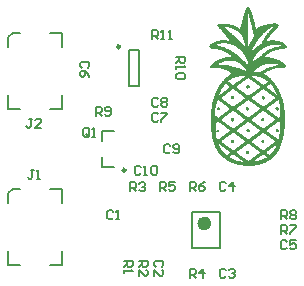
<source format=gto>
G04*
G04 #@! TF.GenerationSoftware,Altium Limited,Altium Designer,18.1.7 (191)*
G04*
G04 Layer_Color=65535*
%FSLAX24Y24*%
%MOIN*%
G70*
G01*
G75*
%ADD10C,0.0098*%
%ADD11C,0.0236*%
%ADD12C,0.0079*%
%ADD13C,0.0080*%
G36*
X18419Y20373D02*
X18437D01*
Y20364D01*
X18446D01*
Y20355D01*
X18455D01*
Y20346D01*
X18463D01*
Y20337D01*
Y20328D01*
X18472D01*
Y20319D01*
Y20310D01*
Y20301D01*
X18481D01*
Y20292D01*
Y20283D01*
X18490D01*
Y20274D01*
Y20265D01*
X18499D01*
Y20257D01*
Y20248D01*
Y20239D01*
X18508D01*
Y20230D01*
Y20221D01*
Y20212D01*
X18517D01*
Y20203D01*
Y20194D01*
X18526D01*
Y20185D01*
Y20176D01*
Y20167D01*
X18535D01*
Y20158D01*
Y20149D01*
Y20140D01*
Y20131D01*
X18544D01*
Y20122D01*
Y20113D01*
Y20104D01*
X18553D01*
Y20095D01*
Y20086D01*
Y20077D01*
Y20068D01*
X18562D01*
Y20059D01*
Y20050D01*
Y20041D01*
X18571D01*
Y20032D01*
Y20023D01*
Y20014D01*
Y20005D01*
X18580D01*
Y19996D01*
Y19987D01*
Y19978D01*
X18589D01*
Y19969D01*
Y19960D01*
Y19951D01*
Y19942D01*
X18598D01*
Y19933D01*
Y19924D01*
Y19915D01*
Y19906D01*
X18607D01*
Y19897D01*
Y19888D01*
Y19879D01*
Y19870D01*
X18616D01*
Y19861D01*
Y19852D01*
Y19843D01*
Y19834D01*
X18625D01*
Y19825D01*
Y19816D01*
Y19807D01*
Y19798D01*
X18634D01*
Y19789D01*
Y19780D01*
Y19771D01*
Y19762D01*
X18643D01*
Y19753D01*
Y19744D01*
Y19736D01*
Y19727D01*
Y19718D01*
X18652D01*
Y19709D01*
Y19700D01*
Y19691D01*
Y19682D01*
X18661D01*
Y19673D01*
Y19664D01*
X18670D01*
Y19655D01*
X18688D01*
Y19664D01*
X18706D01*
Y19673D01*
X18715D01*
Y19682D01*
X18733D01*
Y19691D01*
X18742D01*
Y19700D01*
X18760D01*
Y19709D01*
X18778D01*
Y19718D01*
X18796D01*
Y19727D01*
X18814D01*
Y19736D01*
X18832D01*
Y19744D01*
X18859D01*
Y19753D01*
X18877D01*
Y19762D01*
X18904D01*
Y19771D01*
X18922D01*
Y19780D01*
X18958D01*
Y19789D01*
X18985D01*
Y19798D01*
X19029D01*
Y19807D01*
X19083D01*
Y19816D01*
X19137D01*
Y19825D01*
X19218D01*
Y19834D01*
X19326D01*
Y19825D01*
X19362D01*
Y19816D01*
X19389D01*
Y19807D01*
X19398D01*
Y19798D01*
X19407D01*
Y19789D01*
Y19780D01*
X19416D01*
Y19771D01*
Y19762D01*
Y19753D01*
Y19744D01*
Y19736D01*
X19407D01*
Y19727D01*
Y19718D01*
X19398D01*
Y19709D01*
Y19700D01*
X19389D01*
Y19691D01*
X19380D01*
Y19682D01*
X19371D01*
Y19673D01*
X19362D01*
Y19664D01*
X19353D01*
Y19655D01*
X19344D01*
Y19646D01*
X19335D01*
Y19637D01*
X19326D01*
Y19628D01*
X19317D01*
Y19619D01*
X19308D01*
Y19610D01*
X19299D01*
Y19601D01*
X19290D01*
Y19592D01*
X19281D01*
Y19583D01*
X19272D01*
Y19574D01*
X19263D01*
Y19565D01*
X19254D01*
Y19556D01*
X19245D01*
Y19547D01*
X19236D01*
Y19538D01*
X19227D01*
Y19529D01*
X19218D01*
Y19520D01*
X19209D01*
Y19511D01*
X19200D01*
Y19502D01*
X19191D01*
Y19493D01*
Y19484D01*
X19182D01*
Y19475D01*
X19173D01*
Y19466D01*
X19164D01*
Y19457D01*
Y19448D01*
X19155D01*
Y19439D01*
X19146D01*
Y19430D01*
X19137D01*
Y19421D01*
X19128D01*
Y19412D01*
Y19403D01*
X19119D01*
Y19394D01*
X19110D01*
Y19385D01*
Y19376D01*
X19101D01*
Y19367D01*
X19092D01*
Y19358D01*
X19083D01*
Y19349D01*
Y19340D01*
X19074D01*
Y19331D01*
X19065D01*
Y19322D01*
Y19313D01*
X19056D01*
Y19304D01*
X19047D01*
Y19295D01*
Y19286D01*
X19038D01*
Y19277D01*
X19029D01*
Y19268D01*
Y19259D01*
X19137D01*
Y19268D01*
X19299D01*
Y19259D01*
X19389D01*
Y19250D01*
X19434D01*
Y19241D01*
X19461D01*
Y19232D01*
X19488D01*
Y19223D01*
X19506D01*
Y19215D01*
X19532D01*
Y19206D01*
X19550D01*
Y19197D01*
X19568D01*
Y19188D01*
X19577D01*
Y19179D01*
X19595D01*
Y19170D01*
X19604D01*
Y19161D01*
X19622D01*
Y19152D01*
X19631D01*
Y19143D01*
X19640D01*
Y19134D01*
X19649D01*
Y19125D01*
X19658D01*
Y19116D01*
X19667D01*
Y19107D01*
X19676D01*
Y19098D01*
X19685D01*
Y19089D01*
Y19080D01*
Y19071D01*
Y19062D01*
X19694D01*
Y19053D01*
Y19044D01*
X19685D01*
Y19035D01*
Y19026D01*
X19676D01*
Y19017D01*
X19667D01*
Y19008D01*
X19640D01*
Y18999D01*
X19577D01*
Y18990D01*
X19514D01*
Y18981D01*
X19461D01*
Y18972D01*
X19425D01*
Y18963D01*
X19389D01*
Y18954D01*
X19353D01*
Y18945D01*
X19326D01*
Y18936D01*
X19290D01*
Y18927D01*
X19272D01*
Y18918D01*
X19245D01*
Y18909D01*
X19227D01*
Y18900D01*
X19200D01*
Y18891D01*
X19182D01*
Y18882D01*
X19164D01*
Y18873D01*
X19146D01*
Y18864D01*
X19128D01*
Y18855D01*
X19119D01*
Y18846D01*
X19101D01*
Y18837D01*
X19083D01*
Y18828D01*
X19065D01*
Y18819D01*
X19047D01*
Y18810D01*
X19038D01*
Y18801D01*
X19020D01*
Y18792D01*
X19011D01*
Y18783D01*
X19002D01*
Y18774D01*
X18993D01*
Y18765D01*
X18985D01*
Y18756D01*
X18976D01*
Y18747D01*
X18967D01*
Y18738D01*
X18976D01*
Y18729D01*
X18985D01*
Y18720D01*
X19047D01*
Y18711D01*
X19101D01*
Y18702D01*
X19146D01*
Y18693D01*
X19182D01*
Y18685D01*
X19218D01*
Y18676D01*
X19254D01*
Y18667D01*
X19281D01*
Y18658D01*
X19317D01*
Y18649D01*
X19344D01*
Y18640D01*
X19371D01*
Y18631D01*
X19389D01*
Y18622D01*
X19416D01*
Y18613D01*
X19434D01*
Y18604D01*
X19452D01*
Y18595D01*
X19470D01*
Y18586D01*
X19488D01*
Y18577D01*
X19506D01*
Y18568D01*
X19514D01*
Y18559D01*
X19532D01*
Y18550D01*
X19541D01*
Y18541D01*
X19559D01*
Y18532D01*
X19568D01*
Y18523D01*
X19577D01*
Y18514D01*
X19595D01*
Y18505D01*
X19604D01*
Y18496D01*
X19613D01*
Y18487D01*
X19622D01*
Y18478D01*
X19631D01*
Y18469D01*
X19640D01*
Y18460D01*
Y18451D01*
X19649D01*
Y18442D01*
X19658D01*
Y18433D01*
Y18424D01*
X19667D01*
Y18415D01*
Y18406D01*
Y18397D01*
Y18388D01*
Y18379D01*
X19658D01*
Y18370D01*
X19649D01*
Y18361D01*
X19631D01*
Y18352D01*
X19586D01*
Y18343D01*
X19523D01*
Y18352D01*
X19425D01*
Y18343D01*
X19353D01*
Y18334D01*
X19299D01*
Y18325D01*
X19263D01*
Y18316D01*
X19236D01*
Y18307D01*
X19209D01*
Y18298D01*
X19182D01*
Y18289D01*
X19164D01*
Y18280D01*
X19137D01*
Y18271D01*
X19119D01*
Y18262D01*
X19101D01*
Y18253D01*
X19083D01*
Y18244D01*
X19065D01*
Y18235D01*
X19047D01*
Y18226D01*
X19029D01*
Y18217D01*
X19011D01*
Y18208D01*
X19002D01*
Y18199D01*
X18993D01*
Y18190D01*
X18976D01*
Y18181D01*
X18967D01*
Y18172D01*
X18949D01*
Y18164D01*
X18931D01*
Y18155D01*
X18940D01*
Y18146D01*
Y18137D01*
X18958D01*
Y18128D01*
X18976D01*
Y18119D01*
X18993D01*
Y18110D01*
X19011D01*
Y18101D01*
X19020D01*
Y18092D01*
X19038D01*
Y18083D01*
X19047D01*
Y18074D01*
X19065D01*
Y18065D01*
X19074D01*
Y18056D01*
X19092D01*
Y18047D01*
X19101D01*
Y18038D01*
X19110D01*
Y18029D01*
X19119D01*
Y18020D01*
X19128D01*
Y18011D01*
X19137D01*
Y18002D01*
X19155D01*
Y17993D01*
X19164D01*
Y17984D01*
Y17975D01*
X19182D01*
Y17966D01*
Y17957D01*
X19191D01*
Y17948D01*
X19200D01*
Y17939D01*
X19209D01*
Y17930D01*
X19218D01*
Y17921D01*
X19227D01*
Y17912D01*
X19236D01*
Y17903D01*
Y17894D01*
X19245D01*
Y17885D01*
X19254D01*
Y17876D01*
X19263D01*
Y17867D01*
X19272D01*
Y17858D01*
Y17849D01*
X19281D01*
Y17840D01*
X19290D01*
Y17831D01*
Y17822D01*
X19299D01*
Y17813D01*
X19308D01*
Y17804D01*
Y17795D01*
X19317D01*
Y17786D01*
X19326D01*
Y17777D01*
Y17768D01*
X19335D01*
Y17759D01*
X19344D01*
Y17750D01*
Y17741D01*
X19353D01*
Y17732D01*
X19362D01*
Y17723D01*
Y17714D01*
X19371D01*
Y17705D01*
Y17696D01*
X19380D01*
Y17687D01*
X19389D01*
Y17678D01*
Y17669D01*
X19398D01*
Y17660D01*
Y17651D01*
X19407D01*
Y17643D01*
Y17634D01*
X19416D01*
Y17625D01*
Y17616D01*
X19425D01*
Y17607D01*
Y17598D01*
X19434D01*
Y17589D01*
Y17580D01*
X19443D01*
Y17571D01*
Y17562D01*
X19452D01*
Y17553D01*
Y17544D01*
X19461D01*
Y17535D01*
Y17526D01*
X19470D01*
Y17517D01*
Y17508D01*
Y17499D01*
X19479D01*
Y17490D01*
Y17481D01*
X19488D01*
Y17472D01*
Y17463D01*
Y17454D01*
X19497D01*
Y17445D01*
Y17436D01*
X19506D01*
Y17427D01*
Y17418D01*
Y17409D01*
X19514D01*
Y17400D01*
Y17391D01*
Y17382D01*
X19523D01*
Y17373D01*
Y17364D01*
Y17355D01*
X19532D01*
Y17346D01*
Y17337D01*
Y17328D01*
X19541D01*
Y17319D01*
Y17310D01*
Y17301D01*
X19550D01*
Y17292D01*
Y17283D01*
Y17274D01*
X19559D01*
Y17265D01*
Y17256D01*
Y17247D01*
X19568D01*
Y17238D01*
Y17229D01*
Y17220D01*
Y17211D01*
X19577D01*
Y17202D01*
Y17193D01*
Y17184D01*
Y17175D01*
X19586D01*
Y17166D01*
Y17157D01*
Y17148D01*
Y17139D01*
Y17130D01*
X19595D01*
Y17121D01*
Y17113D01*
Y17104D01*
Y17095D01*
Y17086D01*
Y17077D01*
X19604D01*
Y17068D01*
Y17059D01*
Y17050D01*
Y17041D01*
Y17032D01*
Y17023D01*
X19613D01*
Y17014D01*
Y17005D01*
Y16996D01*
Y16987D01*
Y16978D01*
Y16969D01*
Y16960D01*
X19622D01*
Y16951D01*
Y16942D01*
Y16933D01*
Y16924D01*
Y16915D01*
Y16906D01*
Y16897D01*
Y16888D01*
Y16879D01*
X19631D01*
Y16870D01*
Y16861D01*
Y16852D01*
Y16843D01*
Y16834D01*
Y16825D01*
Y16816D01*
Y16807D01*
Y16798D01*
Y16789D01*
Y16780D01*
Y16771D01*
Y16762D01*
X19640D01*
Y16753D01*
Y16744D01*
Y16735D01*
Y16726D01*
Y16717D01*
Y16708D01*
Y16699D01*
Y16690D01*
Y16681D01*
Y16672D01*
Y16663D01*
Y16654D01*
Y16645D01*
Y16636D01*
Y16627D01*
Y16618D01*
Y16609D01*
Y16600D01*
Y16592D01*
Y16583D01*
Y16574D01*
Y16565D01*
Y16556D01*
Y16547D01*
Y16538D01*
Y16529D01*
X19631D01*
Y16520D01*
Y16511D01*
Y16502D01*
Y16493D01*
Y16484D01*
Y16475D01*
Y16466D01*
Y16457D01*
Y16448D01*
Y16439D01*
Y16430D01*
Y16421D01*
Y16412D01*
Y16403D01*
Y16394D01*
X19622D01*
Y16385D01*
Y16376D01*
Y16367D01*
Y16358D01*
Y16349D01*
Y16340D01*
Y16331D01*
Y16322D01*
Y16313D01*
X19613D01*
Y16304D01*
Y16295D01*
Y16286D01*
Y16277D01*
Y16268D01*
Y16259D01*
Y16250D01*
Y16241D01*
X19604D01*
Y16232D01*
Y16223D01*
Y16214D01*
Y16205D01*
Y16196D01*
Y16187D01*
Y16178D01*
X19595D01*
Y16169D01*
Y16160D01*
Y16151D01*
Y16142D01*
Y16133D01*
Y16124D01*
X19586D01*
Y16115D01*
Y16106D01*
Y16097D01*
Y16088D01*
Y16079D01*
X19577D01*
Y16070D01*
Y16062D01*
Y16053D01*
Y16044D01*
X19568D01*
Y16035D01*
Y16026D01*
Y16017D01*
Y16008D01*
Y15999D01*
X19559D01*
Y15990D01*
Y15981D01*
Y15972D01*
X19550D01*
Y15963D01*
Y15954D01*
Y15945D01*
Y15936D01*
X19541D01*
Y15927D01*
Y15918D01*
Y15909D01*
X19532D01*
Y15900D01*
Y15891D01*
Y15882D01*
X19523D01*
Y15873D01*
Y15864D01*
Y15855D01*
X19514D01*
Y15846D01*
Y15837D01*
Y15828D01*
X19506D01*
Y15819D01*
Y15810D01*
Y15801D01*
Y15792D01*
X19497D01*
Y15783D01*
Y15774D01*
X19488D01*
Y15765D01*
Y15756D01*
Y15747D01*
X19479D01*
Y15738D01*
Y15729D01*
Y15720D01*
X19470D01*
Y15711D01*
Y15702D01*
X19461D01*
Y15693D01*
Y15684D01*
X19452D01*
Y15675D01*
Y15666D01*
Y15657D01*
X19443D01*
Y15648D01*
Y15639D01*
X19434D01*
Y15630D01*
Y15621D01*
X19425D01*
Y15612D01*
Y15603D01*
X19416D01*
Y15594D01*
Y15585D01*
X19407D01*
Y15576D01*
Y15567D01*
X19398D01*
Y15558D01*
Y15549D01*
X19389D01*
Y15541D01*
X19380D01*
Y15532D01*
Y15523D01*
X19371D01*
Y15514D01*
X19362D01*
Y15505D01*
Y15496D01*
X19353D01*
Y15487D01*
X19344D01*
Y15478D01*
X19335D01*
Y15469D01*
Y15460D01*
X19326D01*
Y15451D01*
X19317D01*
Y15442D01*
X19308D01*
Y15433D01*
X19299D01*
Y15424D01*
X19290D01*
Y15415D01*
X19281D01*
Y15406D01*
X19272D01*
Y15397D01*
X19263D01*
Y15388D01*
X19254D01*
Y15379D01*
X19245D01*
Y15370D01*
X19236D01*
Y15361D01*
X19227D01*
Y15352D01*
X19218D01*
Y15343D01*
X19209D01*
Y15334D01*
X19191D01*
Y15325D01*
X19182D01*
Y15316D01*
X19173D01*
Y15307D01*
X19155D01*
Y15298D01*
X19146D01*
Y15289D01*
X19128D01*
Y15280D01*
X19119D01*
Y15271D01*
X19101D01*
Y15262D01*
X19092D01*
Y15253D01*
X19074D01*
Y15244D01*
X19056D01*
Y15235D01*
X19047D01*
Y15226D01*
X19029D01*
Y15217D01*
X19011D01*
Y15208D01*
X18993D01*
Y15199D01*
X18976D01*
Y15190D01*
X18949D01*
Y15181D01*
X18931D01*
Y15172D01*
X18913D01*
Y15163D01*
X18886D01*
Y15154D01*
X18859D01*
Y15145D01*
X18832D01*
Y15136D01*
X18805D01*
Y15127D01*
X18778D01*
Y15118D01*
X18733D01*
Y15109D01*
X18688D01*
Y15100D01*
X18625D01*
Y15091D01*
X18508D01*
Y15082D01*
X18347D01*
Y15091D01*
X18230D01*
Y15100D01*
X18167D01*
Y15109D01*
X18113D01*
Y15118D01*
X18068D01*
Y15127D01*
X18041D01*
Y15136D01*
X18005D01*
Y15145D01*
X17978D01*
Y15154D01*
X17951D01*
Y15163D01*
X17925D01*
Y15172D01*
X17898D01*
Y15181D01*
X17871D01*
Y15190D01*
X17853D01*
Y15199D01*
X17826D01*
Y15208D01*
X17808D01*
Y15217D01*
X17790D01*
Y15226D01*
X17772D01*
Y15235D01*
X17754D01*
Y15244D01*
X17736D01*
Y15253D01*
X17727D01*
Y15262D01*
X17709D01*
Y15271D01*
X17691D01*
Y15280D01*
X17682D01*
Y15289D01*
X17664D01*
Y15298D01*
X17655D01*
Y15307D01*
X17637D01*
Y15316D01*
X17628D01*
Y15325D01*
X17619D01*
Y15334D01*
X17601D01*
Y15343D01*
X17592D01*
Y15352D01*
X17583D01*
Y15361D01*
X17574D01*
Y15370D01*
X17565D01*
Y15379D01*
X17547D01*
Y15388D01*
X17538D01*
Y15397D01*
X17529D01*
Y15406D01*
X17520D01*
Y15415D01*
X17511D01*
Y15424D01*
X17502D01*
Y15433D01*
X17493D01*
Y15442D01*
X17484D01*
Y15451D01*
Y15460D01*
X17475D01*
Y15469D01*
X17466D01*
Y15478D01*
X17457D01*
Y15487D01*
X17448D01*
Y15496D01*
X17439D01*
Y15505D01*
X17430D01*
Y15514D01*
Y15523D01*
X17421D01*
Y15532D01*
X17413D01*
Y15541D01*
Y15549D01*
X17404D01*
Y15558D01*
X17395D01*
Y15567D01*
X17386D01*
Y15576D01*
Y15585D01*
X17377D01*
Y15594D01*
Y15603D01*
X17368D01*
Y15612D01*
X17359D01*
Y15621D01*
Y15630D01*
X17350D01*
Y15639D01*
Y15648D01*
X17341D01*
Y15657D01*
Y15666D01*
X17332D01*
Y15675D01*
X17323D01*
Y15684D01*
Y15693D01*
X17314D01*
Y15702D01*
Y15711D01*
X17305D01*
Y15720D01*
Y15729D01*
Y15738D01*
X17296D01*
Y15747D01*
Y15756D01*
X17287D01*
Y15765D01*
Y15774D01*
Y15783D01*
X17278D01*
Y15792D01*
Y15801D01*
Y15810D01*
X17269D01*
Y15819D01*
Y15828D01*
Y15837D01*
X17260D01*
Y15846D01*
Y15855D01*
Y15864D01*
X17251D01*
Y15873D01*
Y15882D01*
Y15891D01*
X17242D01*
Y15900D01*
Y15909D01*
Y15918D01*
X17233D01*
Y15927D01*
Y15936D01*
Y15945D01*
Y15954D01*
X17224D01*
Y15963D01*
Y15972D01*
Y15981D01*
Y15990D01*
X17215D01*
Y15999D01*
Y16008D01*
Y16017D01*
Y16026D01*
Y16035D01*
X17206D01*
Y16044D01*
Y16053D01*
Y16062D01*
Y16070D01*
Y16079D01*
X17197D01*
Y16088D01*
Y16097D01*
Y16106D01*
Y16115D01*
Y16124D01*
Y16133D01*
Y16142D01*
X17188D01*
Y16151D01*
Y16160D01*
Y16169D01*
Y16178D01*
Y16187D01*
Y16196D01*
Y16205D01*
Y16214D01*
X17179D01*
Y16223D01*
Y16232D01*
Y16241D01*
Y16250D01*
Y16259D01*
Y16268D01*
Y16277D01*
Y16286D01*
Y16295D01*
Y16304D01*
Y16313D01*
X17170D01*
Y16322D01*
Y16331D01*
Y16340D01*
Y16349D01*
Y16358D01*
Y16367D01*
Y16376D01*
Y16385D01*
Y16394D01*
Y16403D01*
Y16412D01*
Y16421D01*
Y16430D01*
Y16439D01*
Y16448D01*
Y16457D01*
X17161D01*
Y16466D01*
Y16475D01*
Y16484D01*
Y16493D01*
Y16502D01*
Y16511D01*
Y16520D01*
Y16529D01*
Y16538D01*
Y16547D01*
Y16556D01*
Y16565D01*
Y16574D01*
Y16583D01*
Y16592D01*
Y16600D01*
Y16609D01*
Y16618D01*
Y16627D01*
Y16636D01*
Y16645D01*
Y16654D01*
Y16663D01*
Y16672D01*
Y16681D01*
Y16690D01*
Y16699D01*
Y16708D01*
Y16717D01*
Y16726D01*
Y16735D01*
Y16744D01*
Y16753D01*
Y16762D01*
Y16771D01*
Y16780D01*
X17170D01*
Y16789D01*
Y16798D01*
Y16807D01*
Y16816D01*
Y16825D01*
Y16834D01*
Y16843D01*
Y16852D01*
Y16861D01*
Y16870D01*
Y16879D01*
Y16888D01*
Y16897D01*
X17179D01*
Y16906D01*
Y16915D01*
Y16924D01*
Y16933D01*
Y16942D01*
Y16951D01*
Y16960D01*
Y16969D01*
Y16978D01*
Y16987D01*
X17188D01*
Y16996D01*
Y17005D01*
Y17014D01*
Y17023D01*
Y17032D01*
Y17041D01*
Y17050D01*
Y17059D01*
X17197D01*
Y17068D01*
Y17077D01*
Y17086D01*
Y17095D01*
Y17104D01*
Y17113D01*
X17206D01*
Y17121D01*
Y17130D01*
Y17139D01*
Y17148D01*
Y17157D01*
X17215D01*
Y17166D01*
Y17175D01*
Y17184D01*
Y17193D01*
Y17202D01*
X17224D01*
Y17211D01*
Y17220D01*
Y17229D01*
Y17238D01*
X17233D01*
Y17247D01*
Y17256D01*
Y17265D01*
Y17274D01*
X17242D01*
Y17283D01*
Y17292D01*
Y17301D01*
X17251D01*
Y17310D01*
Y17319D01*
Y17328D01*
X17260D01*
Y17337D01*
Y17346D01*
Y17355D01*
Y17364D01*
X17269D01*
Y17373D01*
Y17382D01*
Y17391D01*
X17278D01*
Y17400D01*
Y17409D01*
Y17418D01*
X17287D01*
Y17427D01*
Y17436D01*
Y17445D01*
X17296D01*
Y17454D01*
Y17463D01*
X17305D01*
Y17472D01*
Y17481D01*
Y17490D01*
X17314D01*
Y17499D01*
Y17508D01*
X17323D01*
Y17517D01*
Y17526D01*
Y17535D01*
X17332D01*
Y17544D01*
Y17553D01*
X17341D01*
Y17562D01*
Y17571D01*
X17350D01*
Y17580D01*
Y17589D01*
X17359D01*
Y17598D01*
Y17607D01*
X17368D01*
Y17616D01*
Y17625D01*
X17377D01*
Y17634D01*
Y17643D01*
X17386D01*
Y17651D01*
Y17660D01*
X17395D01*
Y17669D01*
Y17678D01*
X17404D01*
Y17687D01*
Y17696D01*
X17413D01*
Y17705D01*
Y17714D01*
X17421D01*
Y17723D01*
X17430D01*
Y17732D01*
Y17741D01*
X17439D01*
Y17750D01*
X17448D01*
Y17759D01*
Y17768D01*
X17457D01*
Y17777D01*
Y17786D01*
X17466D01*
Y17795D01*
X17475D01*
Y17804D01*
X17484D01*
Y17813D01*
Y17822D01*
X17493D01*
Y17831D01*
X17502D01*
Y17840D01*
Y17849D01*
X17511D01*
Y17858D01*
X17520D01*
Y17867D01*
X17529D01*
Y17876D01*
X17538D01*
Y17885D01*
Y17894D01*
X17547D01*
Y17903D01*
X17556D01*
Y17912D01*
X17565D01*
Y17921D01*
X17574D01*
Y17930D01*
X17583D01*
Y17939D01*
Y17948D01*
X17592D01*
Y17957D01*
X17601D01*
Y17966D01*
X17610D01*
Y17975D01*
X17619D01*
Y17984D01*
X17628D01*
Y17993D01*
X17637D01*
Y18002D01*
X17646D01*
Y18011D01*
X17655D01*
Y18020D01*
X17664D01*
Y18029D01*
X17673D01*
Y18038D01*
X17682D01*
Y18047D01*
X17700D01*
Y18056D01*
X17709D01*
Y18065D01*
X17718D01*
Y18074D01*
X17727D01*
Y18083D01*
X17745D01*
Y18092D01*
X17754D01*
Y18101D01*
X17763D01*
Y18110D01*
X17781D01*
Y18119D01*
X17790D01*
Y18128D01*
X17808D01*
Y18137D01*
X17817D01*
Y18146D01*
X17835D01*
Y18155D01*
X17844D01*
Y18164D01*
Y18172D01*
X17835D01*
Y18181D01*
X17826D01*
Y18190D01*
X17808D01*
Y18199D01*
X17799D01*
Y18208D01*
X17790D01*
Y18217D01*
X17772D01*
Y18226D01*
X17763D01*
Y18235D01*
X17745D01*
Y18244D01*
X17727D01*
Y18253D01*
X17709D01*
Y18262D01*
X17691D01*
Y18271D01*
X17673D01*
Y18280D01*
X17646D01*
Y18289D01*
X17628D01*
Y18298D01*
X17601D01*
Y18307D01*
X17574D01*
Y18316D01*
X17538D01*
Y18325D01*
X17493D01*
Y18334D01*
X17430D01*
Y18343D01*
X17179D01*
Y18352D01*
X17152D01*
Y18361D01*
X17143D01*
Y18370D01*
X17134D01*
Y18379D01*
Y18388D01*
Y18397D01*
X17143D01*
Y18406D01*
Y18415D01*
X17152D01*
Y18424D01*
Y18433D01*
X17161D01*
Y18442D01*
X17170D01*
Y18451D01*
X17179D01*
Y18460D01*
X17188D01*
Y18469D01*
X17197D01*
Y18478D01*
X17206D01*
Y18487D01*
X17215D01*
Y18496D01*
X17224D01*
Y18505D01*
X17242D01*
Y18514D01*
X17251D01*
Y18523D01*
X17260D01*
Y18532D01*
X17269D01*
Y18541D01*
X17287D01*
Y18550D01*
X17296D01*
Y18559D01*
X17305D01*
Y18568D01*
X17323D01*
Y18577D01*
X17341D01*
Y18586D01*
X17350D01*
Y18595D01*
X17368D01*
Y18604D01*
X17386D01*
Y18613D01*
X17404D01*
Y18622D01*
X17421D01*
Y18631D01*
X17448D01*
Y18640D01*
X17466D01*
Y18649D01*
X17493D01*
Y18658D01*
X17520D01*
Y18667D01*
X17547D01*
Y18676D01*
X17583D01*
Y18685D01*
X17610D01*
Y18693D01*
X17646D01*
Y18702D01*
X17691D01*
Y18711D01*
X17736D01*
Y18720D01*
X17817D01*
Y18729D01*
X17844D01*
Y18738D01*
Y18747D01*
X17835D01*
Y18756D01*
X17826D01*
Y18765D01*
X17817D01*
Y18774D01*
X17799D01*
Y18783D01*
X17790D01*
Y18792D01*
X17781D01*
Y18801D01*
X17772D01*
Y18810D01*
X17754D01*
Y18819D01*
X17745D01*
Y18828D01*
X17727D01*
Y18837D01*
X17718D01*
Y18846D01*
X17700D01*
Y18855D01*
X17682D01*
Y18864D01*
X17664D01*
Y18873D01*
X17646D01*
Y18882D01*
X17628D01*
Y18891D01*
X17610D01*
Y18900D01*
X17592D01*
Y18909D01*
X17574D01*
Y18918D01*
X17547D01*
Y18927D01*
X17529D01*
Y18936D01*
X17493D01*
Y18945D01*
X17466D01*
Y18954D01*
X17430D01*
Y18963D01*
X17395D01*
Y18972D01*
X17359D01*
Y18981D01*
X17305D01*
Y18990D01*
X17224D01*
Y18999D01*
X17179D01*
Y19008D01*
X17143D01*
Y19017D01*
X17125D01*
Y19026D01*
X17116D01*
Y19035D01*
X17107D01*
Y19044D01*
Y19053D01*
X17098D01*
Y19062D01*
Y19071D01*
X17107D01*
Y19080D01*
Y19089D01*
X17116D01*
Y19098D01*
Y19107D01*
X17125D01*
Y19116D01*
X17134D01*
Y19125D01*
X17143D01*
Y19134D01*
X17161D01*
Y19143D01*
X17170D01*
Y19152D01*
X17179D01*
Y19161D01*
X17188D01*
Y19170D01*
X17206D01*
Y19179D01*
X17215D01*
Y19188D01*
X17233D01*
Y19197D01*
X17251D01*
Y19206D01*
X17269D01*
Y19215D01*
X17296D01*
Y19223D01*
X17314D01*
Y19232D01*
X17341D01*
Y19241D01*
X17368D01*
Y19250D01*
X17404D01*
Y19259D01*
X17457D01*
Y19268D01*
X17700D01*
Y19259D01*
X17745D01*
Y19250D01*
X17772D01*
Y19259D01*
Y19268D01*
Y19277D01*
X17763D01*
Y19286D01*
Y19295D01*
X17754D01*
Y19304D01*
X17745D01*
Y19313D01*
Y19322D01*
X17736D01*
Y19331D01*
X17727D01*
Y19340D01*
X17718D01*
Y19349D01*
Y19358D01*
X17709D01*
Y19367D01*
X17700D01*
Y19376D01*
X17691D01*
Y19385D01*
X17682D01*
Y19394D01*
Y19403D01*
X17673D01*
Y19412D01*
X17664D01*
Y19421D01*
Y19430D01*
X17655D01*
Y19439D01*
X17646D01*
Y19448D01*
X17637D01*
Y19457D01*
X17628D01*
Y19466D01*
Y19475D01*
X17619D01*
Y19484D01*
X17610D01*
Y19493D01*
X17601D01*
Y19502D01*
X17592D01*
Y19511D01*
Y19520D01*
X17583D01*
Y19529D01*
X17574D01*
Y19538D01*
X17565D01*
Y19547D01*
X17556D01*
Y19556D01*
Y19565D01*
X17547D01*
Y19574D01*
X17538D01*
Y19583D01*
X17529D01*
Y19592D01*
X17520D01*
Y19601D01*
X17511D01*
Y19610D01*
X17502D01*
Y19619D01*
X17493D01*
Y19628D01*
X17484D01*
Y19637D01*
X17475D01*
Y19646D01*
X17466D01*
Y19655D01*
X17457D01*
Y19664D01*
X17448D01*
Y19673D01*
X17439D01*
Y19682D01*
X17430D01*
Y19691D01*
X17421D01*
Y19700D01*
X17413D01*
Y19709D01*
Y19718D01*
X17404D01*
Y19727D01*
X17395D01*
Y19736D01*
Y19744D01*
X17386D01*
Y19753D01*
Y19762D01*
X17377D01*
Y19771D01*
Y19780D01*
Y19789D01*
X17386D01*
Y19798D01*
Y19807D01*
X17404D01*
Y19816D01*
X17439D01*
Y19825D01*
X17691D01*
Y19816D01*
X17745D01*
Y19807D01*
X17790D01*
Y19798D01*
X17826D01*
Y19789D01*
X17862D01*
Y19780D01*
X17889D01*
Y19771D01*
X17916D01*
Y19762D01*
X17934D01*
Y19753D01*
X17960D01*
Y19744D01*
X17978D01*
Y19736D01*
X17996D01*
Y19727D01*
X18014D01*
Y19718D01*
X18032D01*
Y19709D01*
X18041D01*
Y19700D01*
X18059D01*
Y19691D01*
X18077D01*
Y19682D01*
X18086D01*
Y19673D01*
X18095D01*
Y19664D01*
X18113D01*
Y19655D01*
X18131D01*
Y19664D01*
X18140D01*
Y19673D01*
Y19682D01*
Y19691D01*
X18149D01*
Y19700D01*
Y19709D01*
Y19718D01*
Y19727D01*
X18158D01*
Y19736D01*
Y19744D01*
Y19753D01*
Y19762D01*
X18167D01*
Y19771D01*
Y19780D01*
Y19789D01*
X18176D01*
Y19798D01*
Y19807D01*
Y19816D01*
Y19825D01*
X18185D01*
Y19834D01*
Y19843D01*
Y19852D01*
X18194D01*
Y19861D01*
Y19870D01*
Y19879D01*
Y19888D01*
X18203D01*
Y19897D01*
Y19906D01*
Y19915D01*
X18212D01*
Y19924D01*
Y19933D01*
Y19942D01*
X18221D01*
Y19951D01*
Y19960D01*
Y19969D01*
Y19978D01*
X18230D01*
Y19987D01*
Y19996D01*
Y20005D01*
Y20014D01*
X18239D01*
Y20023D01*
Y20032D01*
Y20041D01*
X18248D01*
Y20050D01*
Y20059D01*
Y20068D01*
Y20077D01*
X18257D01*
Y20086D01*
Y20095D01*
Y20104D01*
Y20113D01*
X18266D01*
Y20122D01*
Y20131D01*
Y20140D01*
Y20149D01*
X18275D01*
Y20158D01*
Y20167D01*
Y20176D01*
Y20185D01*
X18284D01*
Y20194D01*
Y20203D01*
Y20212D01*
Y20221D01*
X18293D01*
Y20230D01*
Y20239D01*
Y20248D01*
X18302D01*
Y20257D01*
Y20265D01*
Y20274D01*
X18311D01*
Y20283D01*
Y20292D01*
X18320D01*
Y20301D01*
Y20310D01*
X18329D01*
Y20319D01*
Y20328D01*
X18338D01*
Y20337D01*
Y20346D01*
X18347D01*
Y20355D01*
Y20364D01*
X18365D01*
Y20373D01*
X18374D01*
Y20382D01*
X18419D01*
Y20373D01*
D02*
G37*
%LPC*%
G36*
X17682Y19727D02*
X17601D01*
Y19718D01*
X17610D01*
Y19709D01*
X17619D01*
Y19700D01*
X17628D01*
Y19691D01*
X17637D01*
Y19682D01*
X17646D01*
Y19673D01*
X17655D01*
Y19664D01*
X17673D01*
Y19655D01*
X17682D01*
Y19646D01*
X17691D01*
Y19637D01*
X17700D01*
Y19628D01*
X17709D01*
Y19619D01*
X17718D01*
Y19610D01*
X17727D01*
Y19601D01*
X17745D01*
Y19592D01*
X17754D01*
Y19583D01*
X17763D01*
Y19574D01*
X17772D01*
Y19565D01*
X17781D01*
Y19556D01*
X17790D01*
Y19547D01*
X17799D01*
Y19538D01*
X17808D01*
Y19529D01*
X17817D01*
Y19520D01*
X17835D01*
Y19511D01*
X17844D01*
Y19502D01*
X17853D01*
Y19493D01*
X17862D01*
Y19484D01*
X17871D01*
Y19475D01*
X17880D01*
Y19466D01*
X17889D01*
Y19457D01*
X17898D01*
Y19448D01*
X17907D01*
Y19439D01*
X17916D01*
Y19430D01*
X17925D01*
Y19421D01*
X17934D01*
Y19412D01*
X17942D01*
Y19403D01*
X17960D01*
Y19394D01*
X17969D01*
Y19385D01*
X17978D01*
Y19376D01*
X17987D01*
Y19367D01*
X17996D01*
Y19358D01*
X18005D01*
Y19349D01*
X18014D01*
Y19340D01*
X18023D01*
Y19331D01*
X18041D01*
Y19322D01*
X18050D01*
Y19313D01*
X18059D01*
Y19304D01*
X18068D01*
Y19295D01*
X18077D01*
Y19286D01*
X18086D01*
Y19277D01*
X18095D01*
Y19268D01*
X18104D01*
Y19259D01*
X18113D01*
Y19250D01*
X18122D01*
Y19241D01*
X18131D01*
Y19232D01*
X18149D01*
Y19223D01*
X18158D01*
Y19215D01*
X18167D01*
Y19206D01*
X18176D01*
Y19197D01*
X18185D01*
Y19188D01*
X18194D01*
Y19179D01*
X18203D01*
Y19170D01*
X18212D01*
Y19161D01*
X18221D01*
Y19152D01*
X18230D01*
Y19143D01*
X18239D01*
Y19134D01*
X18248D01*
Y19125D01*
X18257D01*
Y19116D01*
X18266D01*
Y19107D01*
X18275D01*
Y19098D01*
X18293D01*
Y19107D01*
Y19116D01*
Y19125D01*
Y19134D01*
X18284D01*
Y19143D01*
Y19152D01*
Y19161D01*
Y19170D01*
X18275D01*
Y19179D01*
Y19188D01*
Y19197D01*
Y19206D01*
X18266D01*
Y19215D01*
Y19223D01*
Y19232D01*
Y19241D01*
Y19250D01*
X18257D01*
Y19259D01*
Y19268D01*
Y19277D01*
X18248D01*
Y19286D01*
Y19295D01*
Y19304D01*
Y19313D01*
X18239D01*
Y19322D01*
Y19331D01*
Y19340D01*
X18230D01*
Y19349D01*
Y19358D01*
Y19367D01*
Y19376D01*
X18221D01*
Y19385D01*
Y19394D01*
X18212D01*
Y19403D01*
Y19412D01*
Y19421D01*
X18203D01*
Y19430D01*
X18194D01*
Y19439D01*
X18185D01*
Y19448D01*
Y19457D01*
X18176D01*
Y19466D01*
X18167D01*
Y19475D01*
X18158D01*
Y19484D01*
X18149D01*
Y19493D01*
X18140D01*
Y19502D01*
X18131D01*
Y19511D01*
X18122D01*
Y19520D01*
X18113D01*
Y19529D01*
X18095D01*
Y19538D01*
X18086D01*
Y19547D01*
X18077D01*
Y19556D01*
X18068D01*
Y19565D01*
X18059D01*
Y19574D01*
X18041D01*
Y19583D01*
X18023D01*
Y19592D01*
X18005D01*
Y19601D01*
X17987D01*
Y19610D01*
X17969D01*
Y19619D01*
X17951D01*
Y19628D01*
X17934D01*
Y19637D01*
X17916D01*
Y19646D01*
X17898D01*
Y19655D01*
X17880D01*
Y19664D01*
X17862D01*
Y19673D01*
X17835D01*
Y19682D01*
X17808D01*
Y19691D01*
X17772D01*
Y19700D01*
X17745D01*
Y19709D01*
X17718D01*
Y19718D01*
X17682D01*
Y19727D01*
D02*
G37*
G36*
X18410Y20149D02*
X18383D01*
Y20140D01*
Y20131D01*
Y20122D01*
Y20113D01*
Y20104D01*
Y20095D01*
Y20086D01*
Y20077D01*
Y20068D01*
Y20059D01*
Y20050D01*
Y20041D01*
Y20032D01*
Y20023D01*
Y20014D01*
Y20005D01*
Y19996D01*
Y19987D01*
Y19978D01*
Y19969D01*
Y19960D01*
Y19951D01*
Y19942D01*
Y19933D01*
Y19924D01*
Y19915D01*
Y19906D01*
Y19897D01*
Y19888D01*
Y19879D01*
Y19870D01*
Y19861D01*
Y19852D01*
Y19843D01*
Y19834D01*
Y19825D01*
Y19816D01*
Y19807D01*
Y19798D01*
Y19789D01*
Y19780D01*
Y19771D01*
Y19762D01*
Y19753D01*
Y19744D01*
Y19736D01*
Y19727D01*
Y19718D01*
Y19709D01*
Y19700D01*
Y19691D01*
Y19682D01*
Y19673D01*
Y19664D01*
Y19655D01*
X18392D01*
Y19646D01*
Y19637D01*
Y19628D01*
Y19619D01*
Y19610D01*
Y19601D01*
Y19592D01*
Y19583D01*
Y19574D01*
Y19565D01*
Y19556D01*
Y19547D01*
Y19538D01*
Y19529D01*
Y19520D01*
Y19511D01*
Y19502D01*
Y19493D01*
Y19484D01*
Y19475D01*
Y19466D01*
Y19457D01*
Y19448D01*
Y19439D01*
Y19430D01*
Y19421D01*
Y19412D01*
Y19403D01*
Y19394D01*
Y19385D01*
Y19376D01*
Y19367D01*
Y19358D01*
Y19349D01*
Y19340D01*
Y19331D01*
Y19322D01*
Y19313D01*
Y19304D01*
Y19295D01*
Y19286D01*
Y19277D01*
Y19268D01*
Y19259D01*
Y19250D01*
Y19241D01*
Y19232D01*
Y19223D01*
Y19215D01*
X18401D01*
Y19206D01*
Y19197D01*
Y19188D01*
Y19179D01*
Y19170D01*
Y19161D01*
Y19152D01*
Y19143D01*
Y19134D01*
Y19125D01*
Y19116D01*
Y19107D01*
Y19098D01*
Y19089D01*
X18410D01*
Y19080D01*
X18419D01*
Y19089D01*
X18428D01*
Y19098D01*
Y19107D01*
X18437D01*
Y19116D01*
Y19125D01*
X18446D01*
Y19134D01*
Y19143D01*
X18455D01*
Y19152D01*
X18463D01*
Y19161D01*
Y19170D01*
X18472D01*
Y19179D01*
Y19188D01*
X18481D01*
Y19197D01*
Y19206D01*
X18490D01*
Y19215D01*
Y19223D01*
X18499D01*
Y19232D01*
X18508D01*
Y19241D01*
Y19250D01*
X18517D01*
Y19259D01*
Y19268D01*
X18526D01*
Y19277D01*
Y19286D01*
X18535D01*
Y19295D01*
Y19304D01*
X18544D01*
Y19313D01*
Y19322D01*
X18553D01*
Y19331D01*
Y19340D01*
X18562D01*
Y19349D01*
Y19358D01*
X18571D01*
Y19367D01*
X18580D01*
Y19376D01*
Y19385D01*
X18589D01*
Y19394D01*
Y19403D01*
X18598D01*
Y19412D01*
Y19421D01*
Y19430D01*
Y19439D01*
Y19448D01*
Y19457D01*
X18589D01*
Y19466D01*
Y19475D01*
Y19484D01*
X18580D01*
Y19493D01*
Y19502D01*
Y19511D01*
Y19520D01*
Y19529D01*
X18571D01*
Y19538D01*
Y19547D01*
Y19556D01*
X18562D01*
Y19565D01*
Y19574D01*
Y19583D01*
Y19592D01*
X18553D01*
Y19601D01*
Y19610D01*
Y19619D01*
Y19628D01*
X18544D01*
Y19637D01*
Y19646D01*
Y19655D01*
Y19664D01*
X18535D01*
Y19673D01*
Y19682D01*
Y19691D01*
Y19700D01*
X18526D01*
Y19709D01*
Y19718D01*
Y19727D01*
Y19736D01*
X18517D01*
Y19744D01*
Y19753D01*
Y19762D01*
Y19771D01*
X18508D01*
Y19780D01*
Y19789D01*
Y19798D01*
Y19807D01*
X18499D01*
Y19816D01*
Y19825D01*
Y19834D01*
Y19843D01*
X18490D01*
Y19852D01*
Y19861D01*
Y19870D01*
X18481D01*
Y19879D01*
Y19888D01*
Y19897D01*
Y19906D01*
X18472D01*
Y19915D01*
Y19924D01*
Y19933D01*
Y19942D01*
X18463D01*
Y19951D01*
Y19960D01*
Y19969D01*
Y19978D01*
X18455D01*
Y19987D01*
Y19996D01*
Y20005D01*
Y20014D01*
X18446D01*
Y20023D01*
Y20032D01*
Y20041D01*
Y20050D01*
X18437D01*
Y20059D01*
Y20068D01*
Y20077D01*
Y20086D01*
Y20095D01*
X18428D01*
Y20104D01*
Y20113D01*
Y20122D01*
X18419D01*
Y20131D01*
Y20140D01*
X18410D01*
Y20149D01*
D02*
G37*
G36*
X19227Y19709D02*
X19182D01*
Y19700D01*
X19164D01*
Y19691D01*
X19155D01*
Y19682D01*
X19137D01*
Y19673D01*
X19128D01*
Y19664D01*
X19110D01*
Y19655D01*
X19101D01*
Y19646D01*
X19092D01*
Y19637D01*
X19074D01*
Y19628D01*
X19065D01*
Y19619D01*
X19056D01*
Y19610D01*
X19038D01*
Y19601D01*
X19029D01*
Y19592D01*
X19020D01*
Y19583D01*
X19011D01*
Y19574D01*
X19002D01*
Y19565D01*
X18985D01*
Y19556D01*
X18976D01*
Y19547D01*
X18967D01*
Y19538D01*
X18958D01*
Y19529D01*
X18949D01*
Y19520D01*
X18940D01*
Y19511D01*
X18931D01*
Y19502D01*
X18913D01*
Y19493D01*
X18904D01*
Y19484D01*
X18895D01*
Y19475D01*
X18886D01*
Y19466D01*
Y19457D01*
X18868D01*
Y19448D01*
X18859D01*
Y19439D01*
Y19430D01*
X18850D01*
Y19421D01*
X18841D01*
Y19412D01*
X18832D01*
Y19403D01*
X18823D01*
Y19394D01*
X18814D01*
Y19385D01*
X18805D01*
Y19376D01*
Y19367D01*
X18796D01*
Y19358D01*
X18787D01*
Y19349D01*
X18778D01*
Y19340D01*
X18769D01*
Y19331D01*
Y19322D01*
X18760D01*
Y19313D01*
X18751D01*
Y19304D01*
X18742D01*
Y19295D01*
Y19286D01*
X18733D01*
Y19277D01*
X18724D01*
Y19268D01*
Y19259D01*
X18715D01*
Y19250D01*
X18706D01*
Y19241D01*
X18697D01*
Y19232D01*
Y19223D01*
X18688D01*
Y19215D01*
X18679D01*
Y19206D01*
Y19197D01*
X18670D01*
Y19188D01*
X18661D01*
Y19179D01*
Y19170D01*
X18652D01*
Y19161D01*
Y19152D01*
X18643D01*
Y19143D01*
Y19134D01*
X18634D01*
Y19125D01*
X18625D01*
Y19116D01*
Y19107D01*
X18616D01*
Y19098D01*
Y19089D01*
X18607D01*
Y19080D01*
Y19071D01*
X18598D01*
Y19062D01*
Y19053D01*
X18589D01*
Y19044D01*
X18580D01*
Y19035D01*
Y19026D01*
X18571D01*
Y19017D01*
X18562D01*
Y19008D01*
Y18999D01*
X18553D01*
Y18990D01*
Y18981D01*
Y18972D01*
X18544D01*
Y18963D01*
Y18954D01*
Y18945D01*
Y18936D01*
X18562D01*
Y18945D01*
X18571D01*
Y18954D01*
X18580D01*
Y18963D01*
X18589D01*
Y18972D01*
X18598D01*
Y18981D01*
X18607D01*
Y18990D01*
X18616D01*
Y18999D01*
X18625D01*
Y19008D01*
X18634D01*
Y19017D01*
X18643D01*
Y19026D01*
X18661D01*
Y19035D01*
X18670D01*
Y19044D01*
X18679D01*
Y19053D01*
X18697D01*
Y19062D01*
X18706D01*
Y19071D01*
X18715D01*
Y19080D01*
X18733D01*
Y19089D01*
X18742D01*
Y19098D01*
X18751D01*
Y19107D01*
X18769D01*
Y19116D01*
X18787D01*
Y19125D01*
X18796D01*
Y19134D01*
X18814D01*
Y19143D01*
X18832D01*
Y19152D01*
X18841D01*
Y19161D01*
X18850D01*
Y19170D01*
Y19179D01*
X18859D01*
Y19188D01*
Y19197D01*
X18868D01*
Y19206D01*
Y19215D01*
Y19223D01*
X18877D01*
Y19232D01*
Y19241D01*
X18886D01*
Y19250D01*
X18895D01*
Y19259D01*
Y19268D01*
X18904D01*
Y19277D01*
Y19286D01*
X18913D01*
Y19295D01*
X18922D01*
Y19304D01*
Y19313D01*
X18931D01*
Y19322D01*
Y19331D01*
X18940D01*
Y19340D01*
Y19349D01*
X18949D01*
Y19358D01*
X18958D01*
Y19367D01*
Y19376D01*
X18967D01*
Y19385D01*
Y19394D01*
X18976D01*
Y19403D01*
X18985D01*
Y19412D01*
Y19421D01*
X18993D01*
Y19430D01*
X19002D01*
Y19439D01*
Y19448D01*
X19011D01*
Y19457D01*
X19020D01*
Y19466D01*
X19029D01*
Y19475D01*
Y19484D01*
X19038D01*
Y19493D01*
X19047D01*
Y19502D01*
X19056D01*
Y19511D01*
X19065D01*
Y19520D01*
X19074D01*
Y19529D01*
X19083D01*
Y19538D01*
X19092D01*
Y19547D01*
X19101D01*
Y19556D01*
Y19565D01*
X19110D01*
Y19574D01*
X19119D01*
Y19583D01*
X19128D01*
Y19592D01*
X19137D01*
Y19601D01*
X19146D01*
Y19610D01*
X19155D01*
Y19619D01*
X19164D01*
Y19628D01*
X19173D01*
Y19637D01*
X19182D01*
Y19646D01*
Y19655D01*
X19191D01*
Y19664D01*
X19200D01*
Y19673D01*
X19209D01*
Y19682D01*
X19218D01*
Y19691D01*
X19227D01*
Y19700D01*
Y19709D01*
D02*
G37*
G36*
X19416Y19125D02*
X19245D01*
Y19116D01*
X19155D01*
Y19107D01*
X19119D01*
Y19098D01*
X19092D01*
Y19089D01*
X19065D01*
Y19080D01*
X19047D01*
Y19071D01*
X19029D01*
Y19062D01*
X19011D01*
Y19053D01*
X18993D01*
Y19044D01*
X18976D01*
Y19035D01*
X18958D01*
Y19026D01*
X18940D01*
Y19017D01*
X18922D01*
Y19008D01*
X18904D01*
Y18999D01*
X18895D01*
Y18990D01*
X18886D01*
Y18981D01*
X18868D01*
Y18972D01*
X18859D01*
Y18963D01*
X18850D01*
Y18954D01*
X18832D01*
Y18945D01*
X18823D01*
Y18936D01*
X18814D01*
Y18927D01*
X18796D01*
Y18918D01*
X18787D01*
Y18909D01*
X18778D01*
Y18900D01*
X18769D01*
Y18891D01*
X18760D01*
Y18882D01*
X18742D01*
Y18873D01*
X18733D01*
Y18864D01*
X18724D01*
Y18855D01*
X18715D01*
Y18846D01*
X18706D01*
Y18837D01*
Y18828D01*
X18697D01*
Y18819D01*
X18688D01*
Y18810D01*
X18679D01*
Y18801D01*
X18670D01*
Y18792D01*
X18661D01*
Y18783D01*
X18652D01*
Y18774D01*
Y18765D01*
X18643D01*
Y18756D01*
X18634D01*
Y18747D01*
Y18738D01*
X18625D01*
Y18729D01*
Y18720D01*
X18616D01*
Y18711D01*
Y18702D01*
X18607D01*
Y18693D01*
Y18685D01*
X18598D01*
Y18676D01*
Y18667D01*
X18589D01*
Y18658D01*
Y18649D01*
Y18640D01*
X18580D01*
Y18631D01*
Y18622D01*
X18571D01*
Y18613D01*
Y18604D01*
Y18595D01*
X18562D01*
Y18586D01*
Y18577D01*
X18580D01*
Y18586D01*
X18598D01*
Y18595D01*
X18607D01*
Y18604D01*
X18616D01*
Y18613D01*
X18634D01*
Y18622D01*
X18643D01*
Y18631D01*
X18652D01*
Y18640D01*
X18670D01*
Y18649D01*
X18679D01*
Y18658D01*
X18697D01*
Y18667D01*
X18706D01*
Y18676D01*
X18724D01*
Y18685D01*
X18733D01*
Y18693D01*
X18751D01*
Y18702D01*
X18769D01*
Y18711D01*
X18796D01*
Y18720D01*
X18805D01*
Y18729D01*
X18814D01*
Y18738D01*
X18823D01*
Y18747D01*
X18832D01*
Y18756D01*
X18841D01*
Y18765D01*
X18850D01*
Y18774D01*
X18859D01*
Y18783D01*
X18868D01*
Y18792D01*
X18877D01*
Y18801D01*
X18886D01*
Y18810D01*
X18895D01*
Y18819D01*
X18904D01*
Y18828D01*
X18913D01*
Y18837D01*
X18922D01*
Y18846D01*
X18931D01*
Y18855D01*
X18940D01*
Y18864D01*
X18958D01*
Y18873D01*
X18967D01*
Y18882D01*
X18976D01*
Y18891D01*
X18985D01*
Y18900D01*
X19002D01*
Y18909D01*
X19011D01*
Y18918D01*
X19020D01*
Y18927D01*
X19038D01*
Y18936D01*
X19047D01*
Y18945D01*
X19065D01*
Y18954D01*
X19083D01*
Y18963D01*
X19110D01*
Y18972D01*
X19128D01*
Y18981D01*
X19146D01*
Y18990D01*
X19164D01*
Y18999D01*
X19191D01*
Y19008D01*
X19218D01*
Y19017D01*
X19245D01*
Y19026D01*
X19281D01*
Y19035D01*
X19317D01*
Y19044D01*
X19362D01*
Y19053D01*
X19398D01*
Y19062D01*
X19443D01*
Y19071D01*
X19506D01*
Y19080D01*
X19532D01*
Y19089D01*
Y19098D01*
X19506D01*
Y19107D01*
X19461D01*
Y19116D01*
X19416D01*
Y19125D01*
D02*
G37*
G36*
X17691Y19170D02*
X17502D01*
Y19161D01*
X17457D01*
Y19152D01*
X17421D01*
Y19143D01*
X17395D01*
Y19134D01*
X17377D01*
Y19125D01*
Y19116D01*
X17386D01*
Y19107D01*
X17413D01*
Y19098D01*
X17439D01*
Y19089D01*
X17457D01*
Y19080D01*
X17484D01*
Y19071D01*
X17511D01*
Y19062D01*
X17538D01*
Y19053D01*
X17565D01*
Y19044D01*
X17592D01*
Y19035D01*
X17619D01*
Y19026D01*
X17637D01*
Y19017D01*
X17664D01*
Y19008D01*
X17682D01*
Y18999D01*
X17700D01*
Y18990D01*
X17718D01*
Y18981D01*
X17745D01*
Y18972D01*
X17763D01*
Y18963D01*
X17781D01*
Y18954D01*
X17799D01*
Y18945D01*
X17817D01*
Y18936D01*
X17835D01*
Y18927D01*
X17844D01*
Y18918D01*
X17853D01*
Y18909D01*
X17871D01*
Y18900D01*
X17880D01*
Y18891D01*
X17889D01*
Y18882D01*
X17907D01*
Y18873D01*
X17916D01*
Y18864D01*
X17934D01*
Y18855D01*
X17942D01*
Y18846D01*
X17960D01*
Y18837D01*
X17978D01*
Y18828D01*
X17987D01*
Y18819D01*
X17996D01*
Y18810D01*
X18014D01*
Y18801D01*
X18023D01*
Y18792D01*
X18032D01*
Y18783D01*
X18041D01*
Y18774D01*
X18059D01*
Y18765D01*
X18068D01*
Y18756D01*
X18077D01*
Y18747D01*
X18086D01*
Y18738D01*
X18095D01*
Y18729D01*
X18104D01*
Y18720D01*
X18113D01*
Y18711D01*
X18131D01*
Y18702D01*
X18140D01*
Y18693D01*
X18149D01*
Y18685D01*
X18158D01*
Y18676D01*
X18167D01*
Y18667D01*
X18176D01*
Y18658D01*
X18185D01*
Y18649D01*
X18203D01*
Y18640D01*
X18212D01*
Y18631D01*
X18221D01*
Y18622D01*
X18230D01*
Y18613D01*
X18239D01*
Y18604D01*
X18248D01*
Y18595D01*
X18257D01*
Y18586D01*
X18275D01*
Y18577D01*
X18284D01*
Y18568D01*
X18293D01*
Y18559D01*
X18302D01*
Y18550D01*
X18311D01*
Y18541D01*
X18320D01*
Y18532D01*
X18329D01*
Y18523D01*
X18338D01*
Y18514D01*
X18347D01*
Y18505D01*
Y18496D01*
X18356D01*
Y18487D01*
X18365D01*
Y18478D01*
X18374D01*
Y18469D01*
X18383D01*
Y18460D01*
X18410D01*
Y18469D01*
Y18478D01*
Y18487D01*
Y18496D01*
Y18505D01*
X18401D01*
Y18514D01*
Y18523D01*
Y18532D01*
X18392D01*
Y18541D01*
Y18550D01*
Y18559D01*
X18383D01*
Y18568D01*
Y18577D01*
Y18586D01*
X18374D01*
Y18595D01*
Y18604D01*
Y18613D01*
X18365D01*
Y18622D01*
Y18631D01*
X18356D01*
Y18640D01*
Y18649D01*
Y18658D01*
X18347D01*
Y18667D01*
Y18676D01*
X18338D01*
Y18685D01*
Y18693D01*
X18329D01*
Y18702D01*
Y18711D01*
X18320D01*
Y18720D01*
Y18729D01*
X18311D01*
Y18738D01*
Y18747D01*
X18302D01*
Y18756D01*
Y18765D01*
X18293D01*
Y18774D01*
X18284D01*
Y18783D01*
Y18792D01*
X18275D01*
Y18801D01*
Y18810D01*
X18266D01*
Y18819D01*
X18257D01*
Y18828D01*
X18248D01*
Y18837D01*
Y18846D01*
X18239D01*
Y18855D01*
X18230D01*
Y18864D01*
X18221D01*
Y18873D01*
X18212D01*
Y18882D01*
X18203D01*
Y18891D01*
X18194D01*
Y18900D01*
X18185D01*
Y18909D01*
X18176D01*
Y18918D01*
X18167D01*
Y18927D01*
X18158D01*
Y18936D01*
X18149D01*
Y18945D01*
X18140D01*
Y18954D01*
X18131D01*
Y18963D01*
X18122D01*
Y18972D01*
X18113D01*
Y18981D01*
X18095D01*
Y18990D01*
X18086D01*
Y18999D01*
X18077D01*
Y19008D01*
X18068D01*
Y19017D01*
X18059D01*
Y19026D01*
X18041D01*
Y19035D01*
X18032D01*
Y19044D01*
X18014D01*
Y19053D01*
X18005D01*
Y19062D01*
X17987D01*
Y19071D01*
X17960D01*
Y19080D01*
X17942D01*
Y19089D01*
X17934D01*
Y19098D01*
X17916D01*
Y19107D01*
X17889D01*
Y19116D01*
X17862D01*
Y19125D01*
X17844D01*
Y19134D01*
X17808D01*
Y19143D01*
X17772D01*
Y19152D01*
X17727D01*
Y19161D01*
X17691D01*
Y19170D01*
D02*
G37*
G36*
X17916Y18595D02*
X17736D01*
Y18586D01*
X17682D01*
Y18577D01*
X17646D01*
Y18568D01*
X17610D01*
Y18559D01*
X17583D01*
Y18550D01*
X17547D01*
Y18541D01*
X17529D01*
Y18532D01*
X17502D01*
Y18523D01*
X17484D01*
Y18514D01*
X17466D01*
Y18505D01*
X17439D01*
Y18496D01*
X17430D01*
Y18487D01*
X17413D01*
Y18478D01*
X17404D01*
Y18469D01*
X17448D01*
Y18460D01*
X17601D01*
Y18451D01*
X17682D01*
Y18442D01*
X17736D01*
Y18433D01*
X17781D01*
Y18424D01*
X17808D01*
Y18415D01*
X17853D01*
Y18406D01*
X17880D01*
Y18397D01*
X17925D01*
Y18388D01*
X17951D01*
Y18379D01*
X17987D01*
Y18370D01*
X18014D01*
Y18361D01*
X18041D01*
Y18352D01*
X18068D01*
Y18343D01*
X18095D01*
Y18334D01*
X18122D01*
Y18325D01*
X18149D01*
Y18316D01*
X18176D01*
Y18307D01*
X18203D01*
Y18298D01*
X18230D01*
Y18289D01*
X18266D01*
Y18280D01*
X18293D01*
Y18271D01*
X18311D01*
Y18262D01*
X18338D01*
Y18271D01*
Y18280D01*
X18329D01*
Y18289D01*
Y18298D01*
X18320D01*
Y18307D01*
X18311D01*
Y18316D01*
Y18325D01*
X18302D01*
Y18334D01*
X18293D01*
Y18343D01*
X18284D01*
Y18352D01*
X18275D01*
Y18361D01*
Y18370D01*
X18266D01*
Y18379D01*
X18257D01*
Y18388D01*
X18248D01*
Y18397D01*
X18239D01*
Y18406D01*
X18230D01*
Y18415D01*
X18221D01*
Y18424D01*
X18212D01*
Y18433D01*
X18203D01*
Y18442D01*
X18194D01*
Y18451D01*
X18185D01*
Y18460D01*
X18176D01*
Y18469D01*
X18158D01*
Y18478D01*
X18149D01*
Y18487D01*
X18140D01*
Y18496D01*
X18122D01*
Y18505D01*
X18113D01*
Y18514D01*
X18095D01*
Y18523D01*
X18086D01*
Y18532D01*
X18068D01*
Y18541D01*
X18050D01*
Y18550D01*
X18023D01*
Y18559D01*
X18005D01*
Y18568D01*
X17978D01*
Y18577D01*
X17951D01*
Y18586D01*
X17916D01*
Y18595D01*
D02*
G37*
G36*
X19263Y18496D02*
X19119D01*
Y18487D01*
X19038D01*
Y18478D01*
X18993D01*
Y18469D01*
X18958D01*
Y18460D01*
X18922D01*
Y18451D01*
X18904D01*
Y18442D01*
X18877D01*
Y18433D01*
X18859D01*
Y18424D01*
X18841D01*
Y18415D01*
X18832D01*
Y18406D01*
X18814D01*
Y18397D01*
X18796D01*
Y18388D01*
X18787D01*
Y18379D01*
X18769D01*
Y18370D01*
X18760D01*
Y18361D01*
X18742D01*
Y18352D01*
X18733D01*
Y18343D01*
X18715D01*
Y18334D01*
X18706D01*
Y18325D01*
X18697D01*
Y18316D01*
X18688D01*
Y18307D01*
X18679D01*
Y18298D01*
X18661D01*
Y18289D01*
X18652D01*
Y18280D01*
X18643D01*
Y18271D01*
X18634D01*
Y18262D01*
Y18253D01*
X18625D01*
Y18244D01*
X18616D01*
Y18235D01*
X18607D01*
Y18226D01*
Y18217D01*
X18724D01*
Y18208D01*
X18814D01*
Y18217D01*
X18832D01*
Y18226D01*
X18841D01*
Y18235D01*
X18850D01*
Y18244D01*
X18868D01*
Y18253D01*
X18886D01*
Y18262D01*
X18895D01*
Y18271D01*
X18913D01*
Y18280D01*
X18931D01*
Y18289D01*
X18949D01*
Y18298D01*
X18967D01*
Y18307D01*
X18985D01*
Y18316D01*
X18993D01*
Y18325D01*
X19011D01*
Y18334D01*
X19038D01*
Y18343D01*
X19056D01*
Y18352D01*
X19074D01*
Y18361D01*
X19101D01*
Y18370D01*
X19119D01*
Y18379D01*
X19155D01*
Y18388D01*
X19182D01*
Y18397D01*
X19218D01*
Y18406D01*
X19254D01*
Y18415D01*
X19299D01*
Y18424D01*
X19335D01*
Y18433D01*
X19389D01*
Y18442D01*
X19416D01*
Y18451D01*
Y18460D01*
X19398D01*
Y18469D01*
X19362D01*
Y18478D01*
X19326D01*
Y18487D01*
X19263D01*
Y18496D01*
D02*
G37*
G36*
X18607Y18092D02*
X18526D01*
Y18083D01*
Y18074D01*
Y18065D01*
X18535D01*
Y18056D01*
Y18047D01*
X18553D01*
Y18038D01*
X18562D01*
Y18029D01*
X18571D01*
Y18020D01*
X18589D01*
Y18011D01*
X18598D01*
Y18002D01*
X18616D01*
Y17993D01*
X18625D01*
Y17984D01*
X18634D01*
Y17975D01*
X18652D01*
Y17966D01*
X18661D01*
Y17957D01*
X18670D01*
Y17948D01*
X18688D01*
Y17939D01*
X18697D01*
Y17930D01*
X18715D01*
Y17921D01*
X18724D01*
Y17912D01*
X18733D01*
Y17903D01*
X18751D01*
Y17894D01*
X18760D01*
Y17885D01*
X18778D01*
Y17876D01*
X18787D01*
Y17867D01*
X18805D01*
Y17858D01*
X18814D01*
Y17849D01*
X18823D01*
Y17840D01*
X18841D01*
Y17831D01*
X18850D01*
Y17822D01*
X18859D01*
Y17813D01*
X18877D01*
Y17804D01*
X18886D01*
Y17795D01*
X18940D01*
Y17804D01*
X18958D01*
Y17813D01*
X18967D01*
Y17822D01*
X18985D01*
Y17831D01*
X18993D01*
Y17840D01*
X19002D01*
Y17849D01*
X19011D01*
Y17858D01*
X19029D01*
Y17867D01*
X19038D01*
Y17876D01*
X19047D01*
Y17885D01*
X19056D01*
Y17894D01*
Y17903D01*
X19047D01*
Y17912D01*
X19038D01*
Y17921D01*
X19029D01*
Y17930D01*
X19011D01*
Y17939D01*
X19002D01*
Y17948D01*
X18993D01*
Y17957D01*
X18976D01*
Y17966D01*
X18967D01*
Y17975D01*
X18949D01*
Y17984D01*
X18931D01*
Y17993D01*
X18913D01*
Y18002D01*
X18895D01*
Y18011D01*
X18877D01*
Y18020D01*
X18850D01*
Y18029D01*
X18832D01*
Y18038D01*
X18796D01*
Y18047D01*
X18769D01*
Y18056D01*
X18733D01*
Y18065D01*
X18706D01*
Y18074D01*
X18661D01*
Y18083D01*
X18607D01*
Y18092D01*
D02*
G37*
G36*
X18293D02*
X18194D01*
Y18083D01*
X18140D01*
Y18074D01*
X18095D01*
Y18065D01*
X18050D01*
Y18056D01*
X18014D01*
Y18047D01*
X17996D01*
Y18038D01*
X17969D01*
Y18029D01*
X17942D01*
Y18020D01*
X17925D01*
Y18011D01*
X17898D01*
Y18002D01*
X17880D01*
Y17993D01*
X17862D01*
Y17984D01*
X17844D01*
Y17975D01*
X17835D01*
Y17966D01*
X17817D01*
Y17957D01*
X17808D01*
Y17948D01*
X17790D01*
Y17939D01*
X17781D01*
Y17930D01*
X17772D01*
Y17921D01*
X17754D01*
Y17912D01*
X17745D01*
Y17903D01*
Y17894D01*
X17754D01*
Y17885D01*
X17763D01*
Y17876D01*
X17781D01*
Y17867D01*
X17790D01*
Y17858D01*
X17799D01*
Y17849D01*
X17817D01*
Y17840D01*
X17826D01*
Y17831D01*
X17835D01*
Y17822D01*
X17844D01*
Y17813D01*
X17862D01*
Y17804D01*
X17871D01*
Y17795D01*
X17934D01*
Y17804D01*
X17942D01*
Y17813D01*
X17960D01*
Y17822D01*
X17969D01*
Y17831D01*
X17978D01*
Y17840D01*
X17987D01*
Y17849D01*
X18005D01*
Y17858D01*
X18014D01*
Y17867D01*
X18023D01*
Y17876D01*
X18041D01*
Y17885D01*
X18050D01*
Y17894D01*
X18068D01*
Y17903D01*
X18077D01*
Y17912D01*
X18095D01*
Y17921D01*
X18104D01*
Y17930D01*
X18122D01*
Y17939D01*
X18131D01*
Y17948D01*
X18149D01*
Y17957D01*
X18158D01*
Y17966D01*
X18176D01*
Y17975D01*
X18185D01*
Y17984D01*
X18194D01*
Y17993D01*
X18212D01*
Y18002D01*
X18221D01*
Y18011D01*
X18230D01*
Y18020D01*
X18248D01*
Y18029D01*
X18257D01*
Y18038D01*
X18266D01*
Y18047D01*
X18275D01*
Y18056D01*
X18284D01*
Y18065D01*
X18293D01*
Y18074D01*
Y18083D01*
Y18092D01*
D02*
G37*
G36*
X19155Y17813D02*
X19128D01*
Y17804D01*
X19119D01*
Y17795D01*
X19110D01*
Y17786D01*
X19092D01*
Y17777D01*
X19083D01*
Y17768D01*
X19065D01*
Y17759D01*
X19056D01*
Y17750D01*
X19047D01*
Y17741D01*
X19038D01*
Y17732D01*
X19029D01*
Y17723D01*
Y17714D01*
Y17705D01*
Y17696D01*
X19038D01*
Y17687D01*
X19047D01*
Y17678D01*
X19056D01*
Y17669D01*
X19074D01*
Y17660D01*
X19083D01*
Y17651D01*
X19101D01*
Y17643D01*
X19110D01*
Y17634D01*
X19119D01*
Y17625D01*
X19128D01*
Y17616D01*
X19146D01*
Y17607D01*
X19155D01*
Y17598D01*
X19173D01*
Y17589D01*
X19182D01*
Y17580D01*
X19200D01*
Y17571D01*
X19209D01*
Y17562D01*
X19218D01*
Y17553D01*
X19227D01*
Y17544D01*
X19245D01*
Y17535D01*
X19254D01*
Y17526D01*
X19263D01*
Y17517D01*
X19281D01*
Y17508D01*
X19290D01*
Y17499D01*
X19308D01*
Y17490D01*
X19317D01*
Y17481D01*
X19326D01*
Y17472D01*
X19344D01*
Y17463D01*
X19353D01*
Y17472D01*
Y17481D01*
Y17490D01*
X19344D01*
Y17499D01*
Y17508D01*
X19335D01*
Y17517D01*
Y17526D01*
X19326D01*
Y17535D01*
Y17544D01*
X19317D01*
Y17553D01*
Y17562D01*
X19308D01*
Y17571D01*
Y17580D01*
X19299D01*
Y17589D01*
Y17598D01*
X19290D01*
Y17607D01*
Y17616D01*
X19281D01*
Y17625D01*
Y17634D01*
X19272D01*
Y17643D01*
Y17651D01*
X19263D01*
Y17660D01*
Y17669D01*
X19254D01*
Y17678D01*
Y17687D01*
X19245D01*
Y17696D01*
X19236D01*
Y17705D01*
Y17714D01*
X19227D01*
Y17723D01*
X19218D01*
Y17732D01*
Y17741D01*
X19209D01*
Y17750D01*
X19200D01*
Y17759D01*
Y17768D01*
X19191D01*
Y17777D01*
X19182D01*
Y17786D01*
X19173D01*
Y17795D01*
Y17804D01*
X19155D01*
Y17813D01*
D02*
G37*
G36*
X17673Y17822D02*
X17646D01*
Y17813D01*
X17637D01*
Y17804D01*
X17628D01*
Y17795D01*
X17619D01*
Y17786D01*
X17610D01*
Y17777D01*
Y17768D01*
X17601D01*
Y17759D01*
X17592D01*
Y17750D01*
X17583D01*
Y17741D01*
Y17732D01*
X17574D01*
Y17723D01*
X17565D01*
Y17714D01*
Y17705D01*
X17556D01*
Y17696D01*
X17547D01*
Y17687D01*
Y17678D01*
X17538D01*
Y17669D01*
Y17660D01*
X17529D01*
Y17651D01*
Y17643D01*
X17520D01*
Y17634D01*
X17511D01*
Y17625D01*
Y17616D01*
X17502D01*
Y17607D01*
Y17598D01*
X17493D01*
Y17589D01*
Y17580D01*
X17484D01*
Y17571D01*
Y17562D01*
X17475D01*
Y17553D01*
Y17544D01*
X17466D01*
Y17535D01*
Y17526D01*
X17457D01*
Y17517D01*
Y17508D01*
Y17499D01*
X17448D01*
Y17490D01*
Y17481D01*
X17439D01*
Y17472D01*
X17430D01*
Y17463D01*
Y17454D01*
Y17445D01*
X17457D01*
Y17454D01*
X17466D01*
Y17463D01*
X17475D01*
Y17472D01*
X17484D01*
Y17481D01*
X17493D01*
Y17490D01*
X17511D01*
Y17499D01*
X17520D01*
Y17508D01*
X17538D01*
Y17517D01*
X17547D01*
Y17526D01*
X17565D01*
Y17535D01*
X17574D01*
Y17544D01*
X17583D01*
Y17553D01*
X17601D01*
Y17562D01*
X17610D01*
Y17571D01*
X17619D01*
Y17580D01*
X17637D01*
Y17589D01*
X17646D01*
Y17598D01*
X17664D01*
Y17607D01*
X17673D01*
Y17616D01*
X17691D01*
Y17625D01*
X17700D01*
Y17634D01*
X17709D01*
Y17643D01*
X17718D01*
Y17651D01*
X17736D01*
Y17660D01*
X17745D01*
Y17669D01*
X17754D01*
Y17678D01*
X17772D01*
Y17687D01*
X17781D01*
Y17696D01*
Y17705D01*
X17790D01*
Y17714D01*
Y17723D01*
Y17732D01*
X17781D01*
Y17741D01*
X17772D01*
Y17750D01*
X17754D01*
Y17759D01*
X17745D01*
Y17768D01*
X17736D01*
Y17777D01*
X17718D01*
Y17786D01*
X17709D01*
Y17795D01*
X17700D01*
Y17804D01*
X17682D01*
Y17813D01*
X17673D01*
Y17822D01*
D02*
G37*
G36*
X18428Y18002D02*
X18392D01*
Y17993D01*
X18374D01*
Y17984D01*
X18365D01*
Y17975D01*
X18347D01*
Y17966D01*
X18338D01*
Y17957D01*
X18320D01*
Y17948D01*
X18311D01*
Y17939D01*
X18293D01*
Y17930D01*
X18284D01*
Y17921D01*
X18275D01*
Y17912D01*
X18257D01*
Y17903D01*
X18248D01*
Y17894D01*
X18230D01*
Y17885D01*
X18221D01*
Y17876D01*
X18212D01*
Y17867D01*
X18194D01*
Y17858D01*
X18176D01*
Y17849D01*
X18167D01*
Y17840D01*
X18158D01*
Y17831D01*
X18140D01*
Y17822D01*
X18131D01*
Y17813D01*
X18122D01*
Y17804D01*
X18104D01*
Y17795D01*
X18095D01*
Y17786D01*
X18086D01*
Y17777D01*
X18068D01*
Y17768D01*
X18059D01*
Y17759D01*
X18041D01*
Y17750D01*
X18032D01*
Y17741D01*
X18023D01*
Y17732D01*
Y17723D01*
Y17714D01*
Y17705D01*
Y17696D01*
X18032D01*
Y17687D01*
X18041D01*
Y17678D01*
X18050D01*
Y17669D01*
X18068D01*
Y17660D01*
X18077D01*
Y17651D01*
X18095D01*
Y17643D01*
X18104D01*
Y17634D01*
X18113D01*
Y17625D01*
X18131D01*
Y17616D01*
X18140D01*
Y17607D01*
X18158D01*
Y17598D01*
X18167D01*
Y17589D01*
X18185D01*
Y17580D01*
X18194D01*
Y17571D01*
X18203D01*
Y17562D01*
X18221D01*
Y17553D01*
X18230D01*
Y17544D01*
X18239D01*
Y17535D01*
X18257D01*
Y17526D01*
X18266D01*
Y17517D01*
X18284D01*
Y17508D01*
X18293D01*
Y17499D01*
X18302D01*
Y17490D01*
X18320D01*
Y17481D01*
X18329D01*
Y17472D01*
X18347D01*
Y17463D01*
X18356D01*
Y17454D01*
X18365D01*
Y17445D01*
X18383D01*
Y17436D01*
X18437D01*
Y17445D01*
X18446D01*
Y17454D01*
X18463D01*
Y17463D01*
X18481D01*
Y17472D01*
X18490D01*
Y17481D01*
X18499D01*
Y17490D01*
X18517D01*
Y17499D01*
X18526D01*
Y17508D01*
X18535D01*
Y17517D01*
X18553D01*
Y17526D01*
X18562D01*
Y17535D01*
X18580D01*
Y17544D01*
X18589D01*
Y17553D01*
X18598D01*
Y17562D01*
X18616D01*
Y17571D01*
X18625D01*
Y17580D01*
X18634D01*
Y17589D01*
X18652D01*
Y17598D01*
X18661D01*
Y17607D01*
X18679D01*
Y17616D01*
X18688D01*
Y17625D01*
X18697D01*
Y17634D01*
X18715D01*
Y17643D01*
X18724D01*
Y17651D01*
X18742D01*
Y17660D01*
X18751D01*
Y17669D01*
X18760D01*
Y17678D01*
X18769D01*
Y17687D01*
X18787D01*
Y17696D01*
X18796D01*
Y17705D01*
Y17714D01*
Y17723D01*
Y17732D01*
X18787D01*
Y17741D01*
X18778D01*
Y17750D01*
X18769D01*
Y17759D01*
X18760D01*
Y17768D01*
X18751D01*
Y17777D01*
X18733D01*
Y17786D01*
X18715D01*
Y17795D01*
X18706D01*
Y17804D01*
X18697D01*
Y17813D01*
X18679D01*
Y17822D01*
X18670D01*
Y17831D01*
X18661D01*
Y17840D01*
X18643D01*
Y17849D01*
X18634D01*
Y17858D01*
X18625D01*
Y17867D01*
X18607D01*
Y17876D01*
X18598D01*
Y17885D01*
X18580D01*
Y17894D01*
X18571D01*
Y17903D01*
X18562D01*
Y17912D01*
X18544D01*
Y17921D01*
X18535D01*
Y17930D01*
X18526D01*
Y17939D01*
X18508D01*
Y17948D01*
X18499D01*
Y17957D01*
X18481D01*
Y17966D01*
X18472D01*
Y17975D01*
X18455D01*
Y17984D01*
X18446D01*
Y17993D01*
X18428D01*
Y18002D01*
D02*
G37*
G36*
X18922Y17643D02*
X18904D01*
Y17634D01*
X18886D01*
Y17625D01*
X18868D01*
Y17616D01*
X18859D01*
Y17607D01*
X18841D01*
Y17598D01*
X18832D01*
Y17589D01*
X18823D01*
Y17580D01*
X18805D01*
Y17571D01*
X18796D01*
Y17562D01*
X18787D01*
Y17553D01*
X18769D01*
Y17544D01*
X18760D01*
Y17535D01*
X18751D01*
Y17526D01*
X18733D01*
Y17517D01*
X18724D01*
Y17508D01*
X18706D01*
Y17499D01*
X18697D01*
Y17490D01*
X18688D01*
Y17481D01*
X18670D01*
Y17472D01*
X18661D01*
Y17463D01*
X18652D01*
Y17454D01*
X18643D01*
Y17445D01*
X18625D01*
Y17436D01*
X18616D01*
Y17427D01*
X18607D01*
Y17418D01*
X18589D01*
Y17409D01*
X18580D01*
Y17400D01*
X18571D01*
Y17391D01*
X18553D01*
Y17382D01*
X18544D01*
Y17373D01*
Y17364D01*
X18535D01*
Y17355D01*
Y17346D01*
Y17337D01*
Y17328D01*
X18544D01*
Y17319D01*
X18553D01*
Y17310D01*
X18562D01*
Y17301D01*
X18580D01*
Y17292D01*
X18598D01*
Y17283D01*
X18607D01*
Y17274D01*
X18616D01*
Y17265D01*
X18634D01*
Y17256D01*
X18643D01*
Y17247D01*
X18652D01*
Y17238D01*
X18670D01*
Y17229D01*
X18679D01*
Y17220D01*
X18688D01*
Y17211D01*
X18706D01*
Y17202D01*
X18715D01*
Y17193D01*
X18733D01*
Y17184D01*
X18742D01*
Y17175D01*
X18751D01*
Y17166D01*
X18769D01*
Y17157D01*
X18778D01*
Y17148D01*
X18787D01*
Y17139D01*
X18805D01*
Y17130D01*
X18814D01*
Y17121D01*
X18832D01*
Y17113D01*
X18841D01*
Y17104D01*
X18850D01*
Y17095D01*
X18868D01*
Y17086D01*
X18877D01*
Y17077D01*
X18895D01*
Y17068D01*
X18931D01*
Y17077D01*
X18949D01*
Y17086D01*
X18958D01*
Y17095D01*
X18976D01*
Y17104D01*
X18985D01*
Y17113D01*
X18993D01*
Y17121D01*
X19011D01*
Y17130D01*
X19020D01*
Y17139D01*
X19029D01*
Y17148D01*
X19047D01*
Y17157D01*
X19056D01*
Y17166D01*
X19065D01*
Y17175D01*
X19083D01*
Y17184D01*
X19092D01*
Y17193D01*
X19101D01*
Y17202D01*
X19119D01*
Y17211D01*
X19128D01*
Y17220D01*
X19146D01*
Y17229D01*
X19155D01*
Y17238D01*
X19173D01*
Y17247D01*
X19182D01*
Y17256D01*
X19191D01*
Y17265D01*
X19209D01*
Y17274D01*
X19218D01*
Y17283D01*
X19236D01*
Y17292D01*
X19245D01*
Y17301D01*
X19263D01*
Y17310D01*
X19272D01*
Y17319D01*
X19281D01*
Y17328D01*
X19290D01*
Y17337D01*
X19299D01*
Y17346D01*
Y17355D01*
Y17364D01*
X19290D01*
Y17373D01*
X19281D01*
Y17382D01*
X19272D01*
Y17391D01*
X19263D01*
Y17400D01*
X19245D01*
Y17409D01*
X19236D01*
Y17418D01*
X19227D01*
Y17427D01*
X19209D01*
Y17436D01*
X19200D01*
Y17445D01*
X19191D01*
Y17454D01*
X19173D01*
Y17463D01*
X19164D01*
Y17472D01*
X19146D01*
Y17481D01*
X19137D01*
Y17490D01*
X19119D01*
Y17499D01*
X19110D01*
Y17508D01*
X19101D01*
Y17517D01*
X19083D01*
Y17526D01*
X19074D01*
Y17535D01*
X19065D01*
Y17544D01*
X19047D01*
Y17553D01*
X19038D01*
Y17562D01*
X19020D01*
Y17571D01*
X19011D01*
Y17580D01*
X18993D01*
Y17589D01*
X18985D01*
Y17598D01*
X18967D01*
Y17607D01*
X18958D01*
Y17616D01*
X18949D01*
Y17625D01*
X18940D01*
Y17634D01*
X18922D01*
Y17643D01*
D02*
G37*
G36*
X17916D02*
X17898D01*
Y17634D01*
X17880D01*
Y17625D01*
X17871D01*
Y17616D01*
X17862D01*
Y17607D01*
X17844D01*
Y17598D01*
X17835D01*
Y17589D01*
X17817D01*
Y17580D01*
X17808D01*
Y17571D01*
X17799D01*
Y17562D01*
X17781D01*
Y17553D01*
X17772D01*
Y17544D01*
X17763D01*
Y17535D01*
X17745D01*
Y17526D01*
X17736D01*
Y17517D01*
X17727D01*
Y17508D01*
X17709D01*
Y17499D01*
X17700D01*
Y17490D01*
X17682D01*
Y17481D01*
X17673D01*
Y17472D01*
X17664D01*
Y17463D01*
X17646D01*
Y17454D01*
X17637D01*
Y17445D01*
X17628D01*
Y17436D01*
X17619D01*
Y17427D01*
X17601D01*
Y17418D01*
X17592D01*
Y17409D01*
X17583D01*
Y17400D01*
X17565D01*
Y17391D01*
X17556D01*
Y17382D01*
X17538D01*
Y17373D01*
X17529D01*
Y17364D01*
X17520D01*
Y17355D01*
Y17346D01*
Y17337D01*
Y17328D01*
X17529D01*
Y17319D01*
X17547D01*
Y17310D01*
X17556D01*
Y17301D01*
X17574D01*
Y17292D01*
X17583D01*
Y17283D01*
X17601D01*
Y17274D01*
X17610D01*
Y17265D01*
X17619D01*
Y17256D01*
X17637D01*
Y17247D01*
X17646D01*
Y17238D01*
X17655D01*
Y17229D01*
X17673D01*
Y17220D01*
X17682D01*
Y17211D01*
X17691D01*
Y17202D01*
X17709D01*
Y17193D01*
X17718D01*
Y17184D01*
X17736D01*
Y17175D01*
X17745D01*
Y17166D01*
X17754D01*
Y17157D01*
X17772D01*
Y17148D01*
X17781D01*
Y17139D01*
X17790D01*
Y17130D01*
X17808D01*
Y17121D01*
X17817D01*
Y17113D01*
X17835D01*
Y17104D01*
X17844D01*
Y17095D01*
X17853D01*
Y17086D01*
X17871D01*
Y17077D01*
X17880D01*
Y17068D01*
X17925D01*
Y17077D01*
X17942D01*
Y17086D01*
X17951D01*
Y17095D01*
X17969D01*
Y17104D01*
X17978D01*
Y17113D01*
X17987D01*
Y17121D01*
X18005D01*
Y17130D01*
X18014D01*
Y17139D01*
X18023D01*
Y17148D01*
X18041D01*
Y17157D01*
X18050D01*
Y17166D01*
X18068D01*
Y17175D01*
X18077D01*
Y17184D01*
X18086D01*
Y17193D01*
X18104D01*
Y17202D01*
X18122D01*
Y17211D01*
X18131D01*
Y17220D01*
X18149D01*
Y17229D01*
X18158D01*
Y17238D01*
X18167D01*
Y17247D01*
X18185D01*
Y17256D01*
X18194D01*
Y17265D01*
X18203D01*
Y17274D01*
X18221D01*
Y17283D01*
X18230D01*
Y17292D01*
X18239D01*
Y17301D01*
X18257D01*
Y17310D01*
X18266D01*
Y17319D01*
X18275D01*
Y17328D01*
X18284D01*
Y17337D01*
Y17346D01*
Y17355D01*
Y17364D01*
X18275D01*
Y17373D01*
X18266D01*
Y17382D01*
X18257D01*
Y17391D01*
X18248D01*
Y17400D01*
X18239D01*
Y17409D01*
X18230D01*
Y17418D01*
X18221D01*
Y17427D01*
X18203D01*
Y17436D01*
X18194D01*
Y17445D01*
X18176D01*
Y17454D01*
X18167D01*
Y17463D01*
X18158D01*
Y17472D01*
X18140D01*
Y17481D01*
X18131D01*
Y17490D01*
X18113D01*
Y17499D01*
X18104D01*
Y17508D01*
X18095D01*
Y17517D01*
X18077D01*
Y17526D01*
X18068D01*
Y17535D01*
X18059D01*
Y17544D01*
X18050D01*
Y17553D01*
X18032D01*
Y17562D01*
X18023D01*
Y17571D01*
X18014D01*
Y17580D01*
X17996D01*
Y17589D01*
X17987D01*
Y17598D01*
X17978D01*
Y17607D01*
X17960D01*
Y17616D01*
X17951D01*
Y17625D01*
X17934D01*
Y17634D01*
X17916D01*
Y17643D01*
D02*
G37*
G36*
X18419Y17274D02*
X18401D01*
Y17265D01*
X18383D01*
Y17256D01*
X18365D01*
Y17247D01*
X18356D01*
Y17238D01*
X18347D01*
Y17229D01*
X18329D01*
Y17220D01*
X18320D01*
Y17211D01*
X18302D01*
Y17202D01*
X18293D01*
Y17193D01*
X18275D01*
Y17184D01*
X18266D01*
Y17175D01*
X18257D01*
Y17166D01*
X18239D01*
Y17157D01*
X18230D01*
Y17148D01*
X18221D01*
Y17139D01*
X18203D01*
Y17130D01*
X18194D01*
Y17121D01*
X18176D01*
Y17113D01*
X18167D01*
Y17104D01*
X18158D01*
Y17095D01*
X18140D01*
Y17086D01*
X18131D01*
Y17077D01*
X18113D01*
Y17068D01*
X18104D01*
Y17059D01*
X18095D01*
Y17050D01*
X18077D01*
Y17041D01*
X18068D01*
Y17032D01*
X18059D01*
Y17023D01*
X18041D01*
Y17014D01*
Y17005D01*
X18032D01*
Y16996D01*
Y16987D01*
Y16978D01*
Y16969D01*
X18041D01*
Y16960D01*
X18050D01*
Y16951D01*
X18059D01*
Y16942D01*
X18068D01*
Y16933D01*
X18086D01*
Y16924D01*
X18095D01*
Y16915D01*
X18113D01*
Y16906D01*
X18122D01*
Y16897D01*
X18140D01*
Y16888D01*
X18149D01*
Y16879D01*
X18158D01*
Y16870D01*
X18176D01*
Y16861D01*
X18185D01*
Y16852D01*
X18203D01*
Y16843D01*
X18212D01*
Y16834D01*
X18221D01*
Y16825D01*
X18239D01*
Y16816D01*
X18248D01*
Y16807D01*
X18257D01*
Y16798D01*
X18275D01*
Y16789D01*
X18284D01*
Y16780D01*
X18293D01*
Y16771D01*
X18311D01*
Y16762D01*
X18320D01*
Y16753D01*
X18338D01*
Y16744D01*
X18347D01*
Y16735D01*
X18365D01*
Y16726D01*
X18374D01*
Y16717D01*
X18401D01*
Y16708D01*
X18419D01*
Y16717D01*
X18437D01*
Y16726D01*
X18455D01*
Y16735D01*
X18472D01*
Y16744D01*
X18481D01*
Y16753D01*
X18499D01*
Y16762D01*
X18508D01*
Y16771D01*
X18526D01*
Y16780D01*
X18535D01*
Y16789D01*
X18544D01*
Y16798D01*
X18562D01*
Y16807D01*
X18571D01*
Y16816D01*
X18580D01*
Y16825D01*
X18598D01*
Y16834D01*
X18607D01*
Y16843D01*
X18616D01*
Y16852D01*
X18634D01*
Y16861D01*
X18643D01*
Y16870D01*
X18652D01*
Y16879D01*
X18670D01*
Y16888D01*
X18679D01*
Y16897D01*
X18697D01*
Y16906D01*
X18706D01*
Y16915D01*
X18715D01*
Y16924D01*
X18733D01*
Y16933D01*
X18742D01*
Y16942D01*
X18760D01*
Y16951D01*
X18769D01*
Y16960D01*
X18778D01*
Y16969D01*
X18787D01*
Y16978D01*
Y16987D01*
Y16996D01*
Y17005D01*
X18778D01*
Y17014D01*
X18769D01*
Y17023D01*
X18760D01*
Y17032D01*
X18751D01*
Y17041D01*
X18733D01*
Y17050D01*
X18724D01*
Y17059D01*
X18715D01*
Y17068D01*
X18697D01*
Y17077D01*
X18688D01*
Y17086D01*
X18679D01*
Y17095D01*
X18661D01*
Y17104D01*
X18652D01*
Y17113D01*
X18634D01*
Y17121D01*
X18625D01*
Y17130D01*
X18616D01*
Y17139D01*
X18598D01*
Y17148D01*
X18589D01*
Y17157D01*
X18580D01*
Y17166D01*
X18562D01*
Y17175D01*
X18553D01*
Y17184D01*
X18544D01*
Y17193D01*
X18526D01*
Y17202D01*
X18517D01*
Y17211D01*
X18499D01*
Y17220D01*
X18490D01*
Y17229D01*
X18472D01*
Y17238D01*
X18463D01*
Y17247D01*
X18446D01*
Y17256D01*
X18437D01*
Y17265D01*
X18419D01*
Y17274D01*
D02*
G37*
G36*
X19416D02*
X19389D01*
Y17265D01*
X19380D01*
Y17256D01*
X19362D01*
Y17247D01*
X19353D01*
Y17238D01*
X19335D01*
Y17229D01*
X19326D01*
Y17220D01*
X19317D01*
Y17211D01*
X19299D01*
Y17202D01*
X19290D01*
Y17193D01*
X19272D01*
Y17184D01*
X19263D01*
Y17175D01*
X19254D01*
Y17166D01*
X19245D01*
Y17157D01*
X19227D01*
Y17148D01*
X19218D01*
Y17139D01*
X19209D01*
Y17130D01*
X19191D01*
Y17121D01*
X19182D01*
Y17113D01*
X19173D01*
Y17104D01*
X19155D01*
Y17095D01*
X19146D01*
Y17086D01*
X19128D01*
Y17077D01*
X19119D01*
Y17068D01*
X19110D01*
Y17059D01*
X19092D01*
Y17050D01*
X19083D01*
Y17041D01*
X19074D01*
Y17032D01*
X19056D01*
Y17023D01*
X19047D01*
Y17014D01*
X19038D01*
Y17005D01*
X19029D01*
Y16996D01*
Y16987D01*
Y16978D01*
X19038D01*
Y16969D01*
Y16960D01*
X19047D01*
Y16951D01*
X19065D01*
Y16942D01*
X19074D01*
Y16933D01*
X19083D01*
Y16924D01*
X19101D01*
Y16915D01*
X19110D01*
Y16906D01*
X19119D01*
Y16897D01*
X19137D01*
Y16888D01*
X19146D01*
Y16879D01*
X19155D01*
Y16870D01*
X19173D01*
Y16861D01*
X19182D01*
Y16852D01*
X19191D01*
Y16843D01*
X19209D01*
Y16834D01*
X19218D01*
Y16825D01*
X19227D01*
Y16816D01*
X19245D01*
Y16807D01*
X19254D01*
Y16798D01*
X19272D01*
Y16789D01*
X19281D01*
Y16780D01*
X19290D01*
Y16771D01*
X19308D01*
Y16762D01*
X19317D01*
Y16753D01*
X19335D01*
Y16744D01*
X19344D01*
Y16735D01*
X19353D01*
Y16726D01*
X19371D01*
Y16717D01*
X19380D01*
Y16708D01*
X19398D01*
Y16699D01*
X19425D01*
Y16708D01*
X19443D01*
Y16717D01*
X19461D01*
Y16726D01*
X19470D01*
Y16735D01*
X19479D01*
Y16744D01*
Y16753D01*
Y16762D01*
Y16771D01*
Y16780D01*
Y16789D01*
Y16798D01*
Y16807D01*
Y16816D01*
Y16825D01*
Y16834D01*
Y16843D01*
Y16852D01*
Y16861D01*
Y16870D01*
Y16879D01*
Y16888D01*
Y16897D01*
Y16906D01*
Y16915D01*
Y16924D01*
Y16933D01*
Y16942D01*
Y16951D01*
Y16960D01*
Y16969D01*
Y16978D01*
Y16987D01*
Y16996D01*
Y17005D01*
X19470D01*
Y17014D01*
Y17023D01*
Y17032D01*
Y17041D01*
Y17050D01*
Y17059D01*
Y17068D01*
X19461D01*
Y17077D01*
Y17086D01*
Y17095D01*
Y17104D01*
Y17113D01*
Y17121D01*
X19452D01*
Y17130D01*
Y17139D01*
Y17148D01*
Y17157D01*
X19443D01*
Y17166D01*
Y17175D01*
Y17184D01*
Y17193D01*
Y17202D01*
X19434D01*
Y17211D01*
Y17220D01*
Y17229D01*
Y17238D01*
Y17247D01*
X19425D01*
Y17256D01*
Y17265D01*
X19416D01*
Y17274D01*
D02*
G37*
G36*
X17421D02*
X17386D01*
Y17265D01*
X17377D01*
Y17256D01*
X17368D01*
Y17247D01*
Y17238D01*
Y17229D01*
X17359D01*
Y17220D01*
Y17211D01*
Y17202D01*
Y17193D01*
X17350D01*
Y17184D01*
Y17175D01*
Y17166D01*
X17341D01*
Y17157D01*
Y17148D01*
Y17139D01*
X17332D01*
Y17130D01*
Y17121D01*
Y17113D01*
Y17104D01*
Y17095D01*
Y17086D01*
X17323D01*
Y17077D01*
Y17068D01*
Y17059D01*
Y17050D01*
Y17041D01*
Y17032D01*
Y17023D01*
Y17014D01*
X17314D01*
Y17005D01*
Y16996D01*
Y16987D01*
Y16978D01*
Y16969D01*
Y16960D01*
Y16951D01*
Y16942D01*
Y16933D01*
X17305D01*
Y16924D01*
Y16915D01*
Y16906D01*
Y16897D01*
Y16888D01*
Y16879D01*
Y16870D01*
Y16861D01*
Y16852D01*
Y16843D01*
Y16834D01*
Y16825D01*
Y16816D01*
Y16807D01*
Y16798D01*
X17314D01*
Y16789D01*
Y16780D01*
Y16771D01*
Y16762D01*
X17323D01*
Y16753D01*
X17332D01*
Y16744D01*
X17341D01*
Y16735D01*
X17350D01*
Y16726D01*
X17359D01*
Y16717D01*
X17377D01*
Y16708D01*
X17386D01*
Y16699D01*
X17421D01*
Y16708D01*
X17439D01*
Y16717D01*
X17448D01*
Y16726D01*
X17466D01*
Y16735D01*
X17475D01*
Y16744D01*
X17493D01*
Y16753D01*
X17502D01*
Y16762D01*
X17511D01*
Y16771D01*
X17520D01*
Y16780D01*
X17538D01*
Y16789D01*
X17547D01*
Y16798D01*
X17556D01*
Y16807D01*
X17574D01*
Y16816D01*
X17583D01*
Y16825D01*
X17601D01*
Y16834D01*
X17610D01*
Y16843D01*
X17619D01*
Y16852D01*
X17637D01*
Y16861D01*
X17646D01*
Y16870D01*
X17655D01*
Y16879D01*
X17673D01*
Y16888D01*
X17682D01*
Y16897D01*
X17691D01*
Y16906D01*
X17709D01*
Y16915D01*
X17718D01*
Y16924D01*
X17736D01*
Y16933D01*
X17745D01*
Y16942D01*
X17754D01*
Y16951D01*
X17763D01*
Y16960D01*
X17781D01*
Y16969D01*
Y16978D01*
X17790D01*
Y16987D01*
Y16996D01*
X17781D01*
Y17005D01*
Y17014D01*
X17772D01*
Y17023D01*
X17763D01*
Y17032D01*
X17745D01*
Y17041D01*
X17736D01*
Y17050D01*
X17718D01*
Y17059D01*
X17709D01*
Y17068D01*
X17700D01*
Y17077D01*
X17682D01*
Y17086D01*
X17673D01*
Y17095D01*
X17664D01*
Y17104D01*
X17646D01*
Y17113D01*
X17637D01*
Y17121D01*
X17619D01*
Y17130D01*
X17610D01*
Y17139D01*
X17601D01*
Y17148D01*
X17583D01*
Y17157D01*
X17574D01*
Y17166D01*
X17565D01*
Y17175D01*
X17556D01*
Y17184D01*
X17538D01*
Y17193D01*
X17529D01*
Y17202D01*
X17511D01*
Y17211D01*
X17502D01*
Y17220D01*
X17493D01*
Y17229D01*
X17475D01*
Y17238D01*
X17466D01*
Y17247D01*
X17457D01*
Y17256D01*
X17439D01*
Y17265D01*
X17421D01*
Y17274D01*
D02*
G37*
G36*
X18922Y16915D02*
X18904D01*
Y16906D01*
X18877D01*
Y16897D01*
X18868D01*
Y16888D01*
X18859D01*
Y16879D01*
X18841D01*
Y16870D01*
X18832D01*
Y16861D01*
X18823D01*
Y16852D01*
X18805D01*
Y16843D01*
X18796D01*
Y16834D01*
X18778D01*
Y16825D01*
X18769D01*
Y16816D01*
X18751D01*
Y16807D01*
X18742D01*
Y16798D01*
X18733D01*
Y16789D01*
X18724D01*
Y16780D01*
X18706D01*
Y16771D01*
X18697D01*
Y16762D01*
X18688D01*
Y16753D01*
X18679D01*
Y16744D01*
X18661D01*
Y16735D01*
X18652D01*
Y16726D01*
X18634D01*
Y16717D01*
X18625D01*
Y16708D01*
X18607D01*
Y16699D01*
X18598D01*
Y16690D01*
X18589D01*
Y16681D01*
X18580D01*
Y16672D01*
X18562D01*
Y16663D01*
X18553D01*
Y16654D01*
X18544D01*
Y16645D01*
X18535D01*
Y16636D01*
Y16627D01*
Y16618D01*
Y16609D01*
Y16600D01*
X18544D01*
Y16592D01*
X18553D01*
Y16583D01*
X18571D01*
Y16574D01*
X18580D01*
Y16565D01*
X18589D01*
Y16556D01*
X18607D01*
Y16547D01*
X18616D01*
Y16538D01*
X18634D01*
Y16529D01*
X18643D01*
Y16520D01*
X18652D01*
Y16511D01*
X18670D01*
Y16502D01*
X18679D01*
Y16493D01*
X18688D01*
Y16484D01*
X18706D01*
Y16475D01*
X18715D01*
Y16466D01*
X18724D01*
Y16457D01*
X18742D01*
Y16448D01*
X18751D01*
Y16439D01*
X18769D01*
Y16430D01*
X18778D01*
Y16421D01*
X18787D01*
Y16412D01*
X18805D01*
Y16403D01*
X18814D01*
Y16394D01*
X18832D01*
Y16385D01*
X18841D01*
Y16376D01*
X18850D01*
Y16367D01*
X18868D01*
Y16358D01*
X18877D01*
Y16349D01*
X18895D01*
Y16340D01*
X18931D01*
Y16349D01*
X18949D01*
Y16358D01*
X18958D01*
Y16367D01*
X18976D01*
Y16376D01*
X18985D01*
Y16385D01*
X18993D01*
Y16394D01*
X19002D01*
Y16403D01*
X19020D01*
Y16412D01*
X19029D01*
Y16421D01*
X19038D01*
Y16430D01*
X19056D01*
Y16439D01*
X19065D01*
Y16448D01*
X19083D01*
Y16457D01*
X19092D01*
Y16466D01*
X19110D01*
Y16475D01*
X19119D01*
Y16484D01*
X19128D01*
Y16493D01*
X19146D01*
Y16502D01*
X19155D01*
Y16511D01*
X19164D01*
Y16520D01*
X19182D01*
Y16529D01*
X19191D01*
Y16538D01*
X19209D01*
Y16547D01*
X19218D01*
Y16556D01*
X19236D01*
Y16565D01*
X19245D01*
Y16574D01*
X19263D01*
Y16583D01*
X19272D01*
Y16592D01*
X19281D01*
Y16600D01*
X19290D01*
Y16609D01*
X19299D01*
Y16618D01*
Y16627D01*
Y16636D01*
X19290D01*
Y16645D01*
X19281D01*
Y16654D01*
X19272D01*
Y16663D01*
X19263D01*
Y16672D01*
X19254D01*
Y16681D01*
X19245D01*
Y16690D01*
X19236D01*
Y16699D01*
X19218D01*
Y16708D01*
X19209D01*
Y16717D01*
X19200D01*
Y16726D01*
X19182D01*
Y16735D01*
X19173D01*
Y16744D01*
X19155D01*
Y16753D01*
X19137D01*
Y16762D01*
X19119D01*
Y16771D01*
X19110D01*
Y16780D01*
X19101D01*
Y16789D01*
X19092D01*
Y16798D01*
X19074D01*
Y16807D01*
X19065D01*
Y16816D01*
X19056D01*
Y16825D01*
X19047D01*
Y16834D01*
X19029D01*
Y16843D01*
X19020D01*
Y16852D01*
X19002D01*
Y16861D01*
X18993D01*
Y16870D01*
X18976D01*
Y16879D01*
X18967D01*
Y16888D01*
X18949D01*
Y16897D01*
X18940D01*
Y16906D01*
X18922D01*
Y16915D01*
D02*
G37*
G36*
X17916D02*
X17898D01*
Y16906D01*
X17880D01*
Y16897D01*
X17862D01*
Y16888D01*
X17853D01*
Y16879D01*
X17844D01*
Y16870D01*
X17826D01*
Y16861D01*
X17817D01*
Y16852D01*
X17799D01*
Y16843D01*
X17790D01*
Y16834D01*
X17781D01*
Y16825D01*
X17763D01*
Y16816D01*
X17754D01*
Y16807D01*
X17736D01*
Y16798D01*
X17727D01*
Y16789D01*
X17718D01*
Y16780D01*
X17709D01*
Y16771D01*
X17691D01*
Y16762D01*
X17682D01*
Y16753D01*
X17664D01*
Y16744D01*
X17655D01*
Y16735D01*
X17637D01*
Y16726D01*
X17628D01*
Y16717D01*
X17619D01*
Y16708D01*
X17601D01*
Y16699D01*
X17592D01*
Y16690D01*
X17583D01*
Y16681D01*
X17565D01*
Y16672D01*
X17556D01*
Y16663D01*
X17547D01*
Y16654D01*
X17538D01*
Y16645D01*
X17529D01*
Y16636D01*
X17520D01*
Y16627D01*
Y16618D01*
Y16609D01*
X17529D01*
Y16600D01*
X17538D01*
Y16592D01*
X17547D01*
Y16583D01*
X17556D01*
Y16574D01*
X17574D01*
Y16565D01*
X17583D01*
Y16556D01*
X17601D01*
Y16547D01*
X17610D01*
Y16538D01*
X17619D01*
Y16529D01*
X17637D01*
Y16520D01*
X17646D01*
Y16511D01*
X17664D01*
Y16502D01*
X17673D01*
Y16493D01*
X17682D01*
Y16484D01*
X17700D01*
Y16475D01*
X17709D01*
Y16466D01*
X17718D01*
Y16457D01*
X17736D01*
Y16448D01*
X17745D01*
Y16439D01*
X17763D01*
Y16430D01*
X17772D01*
Y16421D01*
X17781D01*
Y16412D01*
X17799D01*
Y16403D01*
X17808D01*
Y16394D01*
X17817D01*
Y16385D01*
X17835D01*
Y16376D01*
X17844D01*
Y16367D01*
X17862D01*
Y16358D01*
X17871D01*
Y16349D01*
X17889D01*
Y16340D01*
X17925D01*
Y16349D01*
X17942D01*
Y16358D01*
X17951D01*
Y16367D01*
X17960D01*
Y16376D01*
X17978D01*
Y16385D01*
X17987D01*
Y16394D01*
X17996D01*
Y16403D01*
X18005D01*
Y16412D01*
X18023D01*
Y16421D01*
X18032D01*
Y16430D01*
X18050D01*
Y16439D01*
X18059D01*
Y16448D01*
X18077D01*
Y16457D01*
X18086D01*
Y16466D01*
X18104D01*
Y16475D01*
X18113D01*
Y16484D01*
X18131D01*
Y16493D01*
X18140D01*
Y16502D01*
X18149D01*
Y16511D01*
X18167D01*
Y16520D01*
X18176D01*
Y16529D01*
X18185D01*
Y16538D01*
X18203D01*
Y16547D01*
X18212D01*
Y16556D01*
X18230D01*
Y16565D01*
X18239D01*
Y16574D01*
X18248D01*
Y16583D01*
X18266D01*
Y16592D01*
X18275D01*
Y16600D01*
Y16609D01*
X18284D01*
Y16618D01*
Y16627D01*
Y16636D01*
X18275D01*
Y16645D01*
X18266D01*
Y16654D01*
X18257D01*
Y16663D01*
X18248D01*
Y16672D01*
X18239D01*
Y16681D01*
X18230D01*
Y16690D01*
X18221D01*
Y16699D01*
X18212D01*
Y16708D01*
X18194D01*
Y16717D01*
X18185D01*
Y16726D01*
X18167D01*
Y16735D01*
X18158D01*
Y16744D01*
X18140D01*
Y16753D01*
X18131D01*
Y16762D01*
X18122D01*
Y16771D01*
X18104D01*
Y16780D01*
X18095D01*
Y16789D01*
X18086D01*
Y16798D01*
X18068D01*
Y16807D01*
X18059D01*
Y16816D01*
X18050D01*
Y16825D01*
X18032D01*
Y16834D01*
X18023D01*
Y16843D01*
X18014D01*
Y16852D01*
X17996D01*
Y16861D01*
X17987D01*
Y16870D01*
X17978D01*
Y16879D01*
X17960D01*
Y16888D01*
X17951D01*
Y16897D01*
X17934D01*
Y16906D01*
X17916D01*
Y16915D01*
D02*
G37*
G36*
X18419Y16547D02*
X18401D01*
Y16538D01*
X18374D01*
Y16529D01*
X18365D01*
Y16520D01*
X18356D01*
Y16511D01*
X18338D01*
Y16502D01*
X18329D01*
Y16493D01*
X18311D01*
Y16484D01*
X18302D01*
Y16475D01*
X18293D01*
Y16466D01*
X18275D01*
Y16457D01*
X18266D01*
Y16448D01*
X18257D01*
Y16439D01*
X18239D01*
Y16430D01*
X18230D01*
Y16421D01*
X18212D01*
Y16412D01*
X18203D01*
Y16403D01*
X18185D01*
Y16394D01*
X18176D01*
Y16385D01*
X18167D01*
Y16376D01*
X18149D01*
Y16367D01*
X18140D01*
Y16358D01*
X18131D01*
Y16349D01*
X18113D01*
Y16340D01*
X18104D01*
Y16331D01*
X18086D01*
Y16322D01*
X18077D01*
Y16313D01*
X18068D01*
Y16304D01*
X18050D01*
Y16295D01*
X18041D01*
Y16286D01*
X18032D01*
Y16277D01*
Y16268D01*
Y16259D01*
Y16250D01*
Y16241D01*
X18041D01*
Y16232D01*
X18050D01*
Y16223D01*
X18068D01*
Y16214D01*
X18077D01*
Y16205D01*
X18086D01*
Y16196D01*
X18095D01*
Y16187D01*
X18104D01*
Y16178D01*
X18122D01*
Y16169D01*
X18131D01*
Y16160D01*
X18149D01*
Y16151D01*
X18158D01*
Y16142D01*
X18167D01*
Y16133D01*
X18185D01*
Y16124D01*
X18194D01*
Y16115D01*
X18203D01*
Y16106D01*
X18221D01*
Y16097D01*
X18230D01*
Y16088D01*
X18239D01*
Y16079D01*
X18257D01*
Y16070D01*
X18266D01*
Y16062D01*
X18275D01*
Y16053D01*
X18293D01*
Y16044D01*
X18302D01*
Y16035D01*
X18320D01*
Y16026D01*
X18329D01*
Y16017D01*
X18347D01*
Y16008D01*
X18356D01*
Y15999D01*
X18374D01*
Y15990D01*
X18446D01*
Y15999D01*
X18463D01*
Y16008D01*
X18472D01*
Y16017D01*
X18481D01*
Y16026D01*
X18499D01*
Y16035D01*
X18508D01*
Y16044D01*
X18517D01*
Y16053D01*
X18535D01*
Y16062D01*
X18544D01*
Y16070D01*
X18562D01*
Y16079D01*
X18571D01*
Y16088D01*
X18589D01*
Y16097D01*
X18598D01*
Y16106D01*
X18607D01*
Y16115D01*
X18625D01*
Y16124D01*
X18634D01*
Y16133D01*
X18643D01*
Y16142D01*
X18661D01*
Y16151D01*
X18670D01*
Y16160D01*
X18688D01*
Y16169D01*
X18697D01*
Y16178D01*
X18706D01*
Y16187D01*
X18724D01*
Y16196D01*
X18733D01*
Y16205D01*
X18742D01*
Y16214D01*
X18751D01*
Y16223D01*
X18769D01*
Y16232D01*
X18778D01*
Y16241D01*
X18787D01*
Y16250D01*
Y16259D01*
Y16268D01*
Y16277D01*
X18778D01*
Y16286D01*
Y16295D01*
X18769D01*
Y16304D01*
X18751D01*
Y16313D01*
X18742D01*
Y16322D01*
X18733D01*
Y16331D01*
X18715D01*
Y16340D01*
X18706D01*
Y16349D01*
X18688D01*
Y16358D01*
X18679D01*
Y16367D01*
X18661D01*
Y16376D01*
X18652D01*
Y16385D01*
X18643D01*
Y16394D01*
X18625D01*
Y16403D01*
X18616D01*
Y16412D01*
X18598D01*
Y16421D01*
X18589D01*
Y16430D01*
X18580D01*
Y16439D01*
X18562D01*
Y16448D01*
X18553D01*
Y16457D01*
X18535D01*
Y16466D01*
X18526D01*
Y16475D01*
X18517D01*
Y16484D01*
X18499D01*
Y16493D01*
X18490D01*
Y16502D01*
X18472D01*
Y16511D01*
X18463D01*
Y16520D01*
X18455D01*
Y16529D01*
X18437D01*
Y16538D01*
X18419D01*
Y16547D01*
D02*
G37*
G36*
X19434D02*
X19398D01*
Y16538D01*
X19380D01*
Y16529D01*
X19362D01*
Y16520D01*
X19353D01*
Y16511D01*
X19335D01*
Y16502D01*
X19326D01*
Y16493D01*
X19308D01*
Y16484D01*
X19299D01*
Y16475D01*
X19290D01*
Y16466D01*
X19272D01*
Y16457D01*
X19263D01*
Y16448D01*
X19254D01*
Y16439D01*
X19236D01*
Y16430D01*
X19227D01*
Y16421D01*
X19209D01*
Y16412D01*
X19200D01*
Y16403D01*
X19191D01*
Y16394D01*
X19173D01*
Y16385D01*
X19164D01*
Y16376D01*
X19155D01*
Y16367D01*
X19146D01*
Y16358D01*
X19128D01*
Y16349D01*
X19119D01*
Y16340D01*
X19110D01*
Y16331D01*
X19101D01*
Y16322D01*
X19083D01*
Y16313D01*
X19074D01*
Y16304D01*
X19065D01*
Y16295D01*
X19047D01*
Y16286D01*
X19038D01*
Y16277D01*
X19029D01*
Y16268D01*
Y16259D01*
Y16250D01*
X19038D01*
Y16241D01*
X19047D01*
Y16232D01*
X19056D01*
Y16223D01*
X19065D01*
Y16214D01*
X19074D01*
Y16205D01*
X19092D01*
Y16196D01*
X19101D01*
Y16187D01*
X19110D01*
Y16178D01*
X19119D01*
Y16169D01*
X19137D01*
Y16160D01*
X19146D01*
Y16151D01*
X19164D01*
Y16142D01*
X19173D01*
Y16133D01*
X19182D01*
Y16124D01*
X19200D01*
Y16115D01*
X19209D01*
Y16106D01*
X19218D01*
Y16097D01*
X19227D01*
Y16088D01*
X19245D01*
Y16079D01*
X19254D01*
Y16070D01*
X19272D01*
Y16062D01*
X19281D01*
Y16053D01*
X19299D01*
Y16044D01*
X19308D01*
Y16035D01*
X19317D01*
Y16026D01*
X19335D01*
Y16017D01*
X19344D01*
Y16008D01*
X19353D01*
Y15999D01*
X19371D01*
Y15990D01*
X19380D01*
Y15981D01*
X19416D01*
Y15990D01*
Y15999D01*
Y16008D01*
X19425D01*
Y16017D01*
Y16026D01*
Y16035D01*
Y16044D01*
Y16053D01*
X19434D01*
Y16062D01*
Y16070D01*
Y16079D01*
Y16088D01*
X19443D01*
Y16097D01*
Y16106D01*
Y16115D01*
Y16124D01*
Y16133D01*
X19452D01*
Y16142D01*
Y16151D01*
Y16160D01*
Y16169D01*
Y16178D01*
X19461D01*
Y16187D01*
Y16196D01*
Y16205D01*
Y16214D01*
Y16223D01*
Y16232D01*
Y16241D01*
X19470D01*
Y16250D01*
Y16259D01*
Y16268D01*
Y16277D01*
Y16286D01*
Y16295D01*
Y16304D01*
Y16313D01*
Y16322D01*
Y16331D01*
Y16340D01*
Y16349D01*
Y16358D01*
Y16367D01*
Y16376D01*
Y16385D01*
Y16394D01*
Y16403D01*
Y16412D01*
Y16421D01*
Y16430D01*
Y16439D01*
Y16448D01*
Y16457D01*
Y16466D01*
Y16475D01*
Y16484D01*
Y16493D01*
Y16502D01*
Y16511D01*
Y16520D01*
X19461D01*
Y16529D01*
X19452D01*
Y16538D01*
X19434D01*
Y16547D01*
D02*
G37*
G36*
X17421D02*
X17386D01*
Y16538D01*
X17368D01*
Y16529D01*
X17359D01*
Y16520D01*
X17341D01*
Y16511D01*
X17332D01*
Y16502D01*
X17323D01*
Y16493D01*
Y16484D01*
Y16475D01*
Y16466D01*
Y16457D01*
Y16448D01*
Y16439D01*
Y16430D01*
Y16421D01*
Y16412D01*
Y16403D01*
Y16394D01*
Y16385D01*
Y16376D01*
Y16367D01*
Y16358D01*
Y16349D01*
Y16340D01*
Y16331D01*
Y16322D01*
Y16313D01*
Y16304D01*
Y16295D01*
Y16286D01*
Y16277D01*
Y16268D01*
Y16259D01*
Y16250D01*
Y16241D01*
Y16232D01*
Y16223D01*
Y16214D01*
X17332D01*
Y16205D01*
Y16196D01*
Y16187D01*
Y16178D01*
Y16169D01*
Y16160D01*
Y16151D01*
Y16142D01*
Y16133D01*
Y16124D01*
Y16115D01*
X17341D01*
Y16106D01*
Y16097D01*
Y16088D01*
Y16079D01*
Y16070D01*
Y16062D01*
Y16053D01*
Y16044D01*
Y16035D01*
Y16026D01*
X17350D01*
Y16017D01*
Y16008D01*
Y15999D01*
X17359D01*
Y15990D01*
X17377D01*
Y15981D01*
X17395D01*
Y15972D01*
X17421D01*
Y15981D01*
X17439D01*
Y15990D01*
X17448D01*
Y15999D01*
X17457D01*
Y16008D01*
X17475D01*
Y16017D01*
X17484D01*
Y16026D01*
X17493D01*
Y16035D01*
X17502D01*
Y16044D01*
X17520D01*
Y16053D01*
X17529D01*
Y16062D01*
X17547D01*
Y16070D01*
X17556D01*
Y16079D01*
X17565D01*
Y16088D01*
X17583D01*
Y16097D01*
X17592D01*
Y16106D01*
X17601D01*
Y16115D01*
X17619D01*
Y16124D01*
X17628D01*
Y16133D01*
X17646D01*
Y16142D01*
X17655D01*
Y16151D01*
X17664D01*
Y16160D01*
X17682D01*
Y16169D01*
X17691D01*
Y16178D01*
X17709D01*
Y16187D01*
X17718D01*
Y16196D01*
X17727D01*
Y16205D01*
X17745D01*
Y16214D01*
X17754D01*
Y16223D01*
X17763D01*
Y16232D01*
X17772D01*
Y16241D01*
X17781D01*
Y16250D01*
X17790D01*
Y16259D01*
Y16268D01*
X17781D01*
Y16277D01*
Y16286D01*
X17772D01*
Y16295D01*
X17763D01*
Y16304D01*
X17745D01*
Y16313D01*
X17736D01*
Y16322D01*
X17718D01*
Y16331D01*
X17709D01*
Y16340D01*
X17700D01*
Y16349D01*
X17682D01*
Y16358D01*
X17673D01*
Y16367D01*
X17664D01*
Y16376D01*
X17655D01*
Y16385D01*
X17637D01*
Y16394D01*
X17628D01*
Y16403D01*
X17619D01*
Y16412D01*
X17601D01*
Y16421D01*
X17592D01*
Y16430D01*
X17583D01*
Y16439D01*
X17565D01*
Y16448D01*
X17556D01*
Y16457D01*
X17547D01*
Y16466D01*
X17529D01*
Y16475D01*
X17520D01*
Y16484D01*
X17502D01*
Y16493D01*
X17493D01*
Y16502D01*
X17484D01*
Y16511D01*
X17466D01*
Y16520D01*
X17457D01*
Y16529D01*
X17439D01*
Y16538D01*
X17421D01*
Y16547D01*
D02*
G37*
G36*
X18931Y16178D02*
X18886D01*
Y16169D01*
X18868D01*
Y16160D01*
X18859D01*
Y16151D01*
X18841D01*
Y16142D01*
X18832D01*
Y16133D01*
X18823D01*
Y16124D01*
X18814D01*
Y16115D01*
X18796D01*
Y16106D01*
X18787D01*
Y16097D01*
X18778D01*
Y16088D01*
X18760D01*
Y16079D01*
X18751D01*
Y16070D01*
X18733D01*
Y16062D01*
X18724D01*
Y16053D01*
X18715D01*
Y16044D01*
X18697D01*
Y16035D01*
X18688D01*
Y16026D01*
X18670D01*
Y16017D01*
X18661D01*
Y16008D01*
X18652D01*
Y15999D01*
X18634D01*
Y15990D01*
X18625D01*
Y15981D01*
X18607D01*
Y15972D01*
X18598D01*
Y15963D01*
X18589D01*
Y15954D01*
X18571D01*
Y15945D01*
X18562D01*
Y15936D01*
X18553D01*
Y15927D01*
X18544D01*
Y15918D01*
X18535D01*
Y15909D01*
X18526D01*
Y15900D01*
Y15891D01*
Y15882D01*
X18535D01*
Y15873D01*
X18544D01*
Y15864D01*
X18553D01*
Y15855D01*
X18562D01*
Y15846D01*
X18580D01*
Y15837D01*
X18589D01*
Y15828D01*
X18598D01*
Y15819D01*
X18616D01*
Y15810D01*
X18625D01*
Y15801D01*
X18634D01*
Y15792D01*
X18652D01*
Y15783D01*
X18661D01*
Y15774D01*
X18679D01*
Y15765D01*
X18688D01*
Y15756D01*
X18706D01*
Y15747D01*
X18715D01*
Y15738D01*
X18724D01*
Y15729D01*
X18742D01*
Y15720D01*
X18751D01*
Y15711D01*
X18760D01*
Y15702D01*
X18778D01*
Y15693D01*
X18787D01*
Y15684D01*
X18805D01*
Y15675D01*
X18814D01*
Y15666D01*
X18832D01*
Y15657D01*
X18841D01*
Y15648D01*
X18850D01*
Y15639D01*
X18868D01*
Y15630D01*
X18877D01*
Y15621D01*
X18895D01*
Y15612D01*
X18922D01*
Y15621D01*
X18940D01*
Y15630D01*
X18958D01*
Y15639D01*
X18967D01*
Y15648D01*
X18976D01*
Y15657D01*
X18993D01*
Y15666D01*
X19002D01*
Y15675D01*
X19020D01*
Y15684D01*
X19029D01*
Y15693D01*
X19038D01*
Y15702D01*
X19056D01*
Y15711D01*
X19065D01*
Y15720D01*
X19074D01*
Y15729D01*
X19092D01*
Y15738D01*
X19101D01*
Y15747D01*
X19110D01*
Y15756D01*
X19128D01*
Y15765D01*
X19137D01*
Y15774D01*
X19155D01*
Y15783D01*
X19164D01*
Y15792D01*
X19182D01*
Y15801D01*
X19191D01*
Y15810D01*
X19200D01*
Y15819D01*
X19218D01*
Y15828D01*
X19227D01*
Y15837D01*
X19236D01*
Y15846D01*
X19254D01*
Y15855D01*
X19272D01*
Y15864D01*
X19281D01*
Y15873D01*
X19290D01*
Y15882D01*
X19299D01*
Y15891D01*
Y15900D01*
X19290D01*
Y15909D01*
Y15918D01*
X19281D01*
Y15927D01*
X19272D01*
Y15936D01*
X19263D01*
Y15945D01*
X19254D01*
Y15954D01*
X19245D01*
Y15963D01*
X19227D01*
Y15972D01*
X19218D01*
Y15981D01*
X19209D01*
Y15990D01*
X19191D01*
Y15999D01*
X19182D01*
Y16008D01*
X19173D01*
Y16017D01*
X19155D01*
Y16026D01*
X19146D01*
Y16035D01*
X19128D01*
Y16044D01*
X19119D01*
Y16053D01*
X19101D01*
Y16062D01*
X19092D01*
Y16070D01*
X19074D01*
Y16079D01*
X19065D01*
Y16088D01*
X19047D01*
Y16097D01*
X19038D01*
Y16106D01*
X19029D01*
Y16115D01*
X19011D01*
Y16124D01*
X19002D01*
Y16133D01*
X18985D01*
Y16142D01*
X18976D01*
Y16151D01*
X18967D01*
Y16160D01*
X18949D01*
Y16169D01*
X18931D01*
Y16178D01*
D02*
G37*
G36*
X17934D02*
X17880D01*
Y16169D01*
X17862D01*
Y16160D01*
X17853D01*
Y16151D01*
X17844D01*
Y16142D01*
X17826D01*
Y16133D01*
X17817D01*
Y16124D01*
X17799D01*
Y16115D01*
X17790D01*
Y16106D01*
X17781D01*
Y16097D01*
X17763D01*
Y16088D01*
X17754D01*
Y16079D01*
X17745D01*
Y16070D01*
X17727D01*
Y16062D01*
X17718D01*
Y16053D01*
X17700D01*
Y16044D01*
X17691D01*
Y16035D01*
X17673D01*
Y16026D01*
X17664D01*
Y16017D01*
X17646D01*
Y16008D01*
X17637D01*
Y15999D01*
X17628D01*
Y15990D01*
X17610D01*
Y15981D01*
X17601D01*
Y15972D01*
X17583D01*
Y15963D01*
X17574D01*
Y15954D01*
X17565D01*
Y15945D01*
X17556D01*
Y15936D01*
X17547D01*
Y15927D01*
X17538D01*
Y15918D01*
X17529D01*
Y15909D01*
X17520D01*
Y15900D01*
Y15891D01*
Y15882D01*
X17529D01*
Y15873D01*
X17538D01*
Y15864D01*
X17547D01*
Y15855D01*
X17565D01*
Y15846D01*
X17574D01*
Y15837D01*
X17592D01*
Y15828D01*
X17601D01*
Y15819D01*
X17610D01*
Y15810D01*
X17628D01*
Y15801D01*
X17637D01*
Y15792D01*
X17655D01*
Y15783D01*
X17664D01*
Y15774D01*
X17673D01*
Y15765D01*
X17691D01*
Y15756D01*
X17700D01*
Y15747D01*
X17709D01*
Y15738D01*
X17727D01*
Y15729D01*
X17736D01*
Y15720D01*
X17754D01*
Y15711D01*
X17763D01*
Y15702D01*
X17772D01*
Y15693D01*
X17790D01*
Y15684D01*
X17799D01*
Y15675D01*
X17817D01*
Y15666D01*
X17826D01*
Y15657D01*
X17835D01*
Y15648D01*
X17853D01*
Y15639D01*
X17862D01*
Y15630D01*
X17871D01*
Y15621D01*
X17889D01*
Y15612D01*
X17916D01*
Y15621D01*
X17934D01*
Y15630D01*
X17951D01*
Y15639D01*
X17960D01*
Y15648D01*
X17978D01*
Y15657D01*
X17996D01*
Y15666D01*
X18005D01*
Y15675D01*
X18023D01*
Y15684D01*
X18032D01*
Y15693D01*
X18041D01*
Y15702D01*
X18059D01*
Y15711D01*
X18068D01*
Y15720D01*
X18077D01*
Y15729D01*
X18095D01*
Y15738D01*
X18104D01*
Y15747D01*
X18113D01*
Y15756D01*
X18131D01*
Y15765D01*
X18140D01*
Y15774D01*
X18149D01*
Y15783D01*
X18167D01*
Y15792D01*
X18176D01*
Y15801D01*
X18185D01*
Y15810D01*
X18203D01*
Y15819D01*
X18212D01*
Y15828D01*
X18230D01*
Y15837D01*
X18239D01*
Y15846D01*
X18257D01*
Y15855D01*
X18266D01*
Y15864D01*
X18275D01*
Y15873D01*
X18284D01*
Y15882D01*
Y15891D01*
X18293D01*
Y15900D01*
Y15909D01*
X18284D01*
Y15918D01*
X18275D01*
Y15927D01*
X18266D01*
Y15936D01*
X18257D01*
Y15945D01*
X18248D01*
Y15954D01*
X18230D01*
Y15963D01*
X18221D01*
Y15972D01*
X18212D01*
Y15981D01*
X18194D01*
Y15990D01*
X18185D01*
Y15999D01*
X18167D01*
Y16008D01*
X18158D01*
Y16017D01*
X18149D01*
Y16026D01*
X18131D01*
Y16035D01*
X18122D01*
Y16044D01*
X18104D01*
Y16053D01*
X18095D01*
Y16062D01*
X18086D01*
Y16070D01*
X18068D01*
Y16079D01*
X18059D01*
Y16088D01*
X18050D01*
Y16097D01*
X18032D01*
Y16106D01*
X18023D01*
Y16115D01*
X18014D01*
Y16124D01*
X17996D01*
Y16133D01*
X17987D01*
Y16142D01*
X17978D01*
Y16151D01*
X17960D01*
Y16160D01*
X17951D01*
Y16169D01*
X17934D01*
Y16178D01*
D02*
G37*
G36*
X19344Y15774D02*
X19326D01*
Y15765D01*
X19308D01*
Y15756D01*
X19299D01*
Y15747D01*
X19281D01*
Y15738D01*
X19272D01*
Y15729D01*
X19254D01*
Y15720D01*
X19245D01*
Y15711D01*
X19236D01*
Y15702D01*
X19218D01*
Y15693D01*
X19209D01*
Y15684D01*
X19200D01*
Y15675D01*
X19182D01*
Y15666D01*
X19173D01*
Y15657D01*
X19164D01*
Y15648D01*
X19155D01*
Y15639D01*
X19137D01*
Y15630D01*
X19128D01*
Y15621D01*
X19119D01*
Y15612D01*
X19110D01*
Y15603D01*
X19092D01*
Y15594D01*
X19083D01*
Y15585D01*
X19074D01*
Y15576D01*
X19056D01*
Y15567D01*
X19047D01*
Y15558D01*
X19029D01*
Y15549D01*
Y15541D01*
Y15532D01*
Y15523D01*
Y15514D01*
X19038D01*
Y15505D01*
X19047D01*
Y15496D01*
X19065D01*
Y15487D01*
X19074D01*
Y15478D01*
X19092D01*
Y15469D01*
X19101D01*
Y15460D01*
X19110D01*
Y15451D01*
X19128D01*
Y15460D01*
X19137D01*
Y15469D01*
X19146D01*
Y15478D01*
X19155D01*
Y15487D01*
X19164D01*
Y15496D01*
X19173D01*
Y15505D01*
X19182D01*
Y15514D01*
X19191D01*
Y15523D01*
X19200D01*
Y15532D01*
X19209D01*
Y15541D01*
X19218D01*
Y15549D01*
X19227D01*
Y15558D01*
Y15567D01*
X19236D01*
Y15576D01*
X19245D01*
Y15585D01*
X19254D01*
Y15594D01*
Y15603D01*
X19263D01*
Y15612D01*
X19272D01*
Y15621D01*
Y15630D01*
X19281D01*
Y15639D01*
X19290D01*
Y15648D01*
Y15657D01*
X19299D01*
Y15666D01*
Y15675D01*
X19308D01*
Y15684D01*
Y15693D01*
X19317D01*
Y15702D01*
Y15711D01*
X19326D01*
Y15720D01*
Y15729D01*
Y15738D01*
X19335D01*
Y15747D01*
Y15756D01*
X19344D01*
Y15765D01*
Y15774D01*
D02*
G37*
G36*
X17448Y15810D02*
X17421D01*
Y15801D01*
Y15792D01*
X17430D01*
Y15783D01*
Y15774D01*
X17439D01*
Y15765D01*
Y15756D01*
X17448D01*
Y15747D01*
Y15738D01*
X17457D01*
Y15729D01*
Y15720D01*
X17466D01*
Y15711D01*
Y15702D01*
X17475D01*
Y15693D01*
X17484D01*
Y15684D01*
Y15675D01*
X17493D01*
Y15666D01*
Y15657D01*
X17502D01*
Y15648D01*
Y15639D01*
X17511D01*
Y15630D01*
X17520D01*
Y15621D01*
Y15612D01*
X17529D01*
Y15603D01*
Y15594D01*
X17538D01*
Y15585D01*
X17547D01*
Y15576D01*
X17556D01*
Y15567D01*
X17565D01*
Y15558D01*
X17574D01*
Y15549D01*
X17583D01*
Y15541D01*
X17592D01*
Y15532D01*
X17601D01*
Y15523D01*
X17610D01*
Y15514D01*
X17619D01*
Y15505D01*
X17628D01*
Y15496D01*
X17637D01*
Y15487D01*
X17646D01*
Y15478D01*
X17655D01*
Y15469D01*
X17664D01*
Y15460D01*
X17682D01*
Y15451D01*
X17700D01*
Y15460D01*
X17718D01*
Y15469D01*
X17727D01*
Y15478D01*
X17745D01*
Y15487D01*
X17754D01*
Y15496D01*
X17772D01*
Y15505D01*
X17781D01*
Y15514D01*
X17790D01*
Y15523D01*
Y15532D01*
Y15541D01*
Y15549D01*
X17781D01*
Y15558D01*
X17772D01*
Y15567D01*
X17763D01*
Y15576D01*
X17745D01*
Y15585D01*
X17736D01*
Y15594D01*
X17718D01*
Y15603D01*
X17709D01*
Y15612D01*
X17700D01*
Y15621D01*
X17691D01*
Y15630D01*
X17673D01*
Y15639D01*
X17664D01*
Y15648D01*
X17655D01*
Y15657D01*
X17637D01*
Y15666D01*
X17628D01*
Y15675D01*
X17619D01*
Y15684D01*
X17601D01*
Y15693D01*
X17592D01*
Y15702D01*
X17583D01*
Y15711D01*
X17565D01*
Y15720D01*
X17556D01*
Y15729D01*
X17547D01*
Y15738D01*
X17529D01*
Y15747D01*
X17520D01*
Y15756D01*
X17511D01*
Y15765D01*
X17493D01*
Y15774D01*
X17484D01*
Y15783D01*
X17466D01*
Y15792D01*
X17457D01*
Y15801D01*
X17448D01*
Y15810D01*
D02*
G37*
G36*
X18428Y15819D02*
X18392D01*
Y15810D01*
X18374D01*
Y15801D01*
X18365D01*
Y15792D01*
X18347D01*
Y15783D01*
X18338D01*
Y15774D01*
X18320D01*
Y15765D01*
X18311D01*
Y15756D01*
X18302D01*
Y15747D01*
X18284D01*
Y15738D01*
X18275D01*
Y15729D01*
X18266D01*
Y15720D01*
X18248D01*
Y15711D01*
X18230D01*
Y15702D01*
X18221D01*
Y15693D01*
X18212D01*
Y15684D01*
X18194D01*
Y15675D01*
X18185D01*
Y15666D01*
X18167D01*
Y15657D01*
X18158D01*
Y15648D01*
X18149D01*
Y15639D01*
X18131D01*
Y15630D01*
X18122D01*
Y15621D01*
X18113D01*
Y15612D01*
X18095D01*
Y15603D01*
X18086D01*
Y15594D01*
X18068D01*
Y15585D01*
X18050D01*
Y15576D01*
X18041D01*
Y15567D01*
X18032D01*
Y15558D01*
X18023D01*
Y15549D01*
Y15541D01*
Y15532D01*
X18032D01*
Y15523D01*
Y15514D01*
X18041D01*
Y15505D01*
X18050D01*
Y15496D01*
X18059D01*
Y15487D01*
X18077D01*
Y15478D01*
X18086D01*
Y15469D01*
X18104D01*
Y15460D01*
X18113D01*
Y15451D01*
X18122D01*
Y15442D01*
X18140D01*
Y15433D01*
X18149D01*
Y15424D01*
X18158D01*
Y15415D01*
X18176D01*
Y15406D01*
X18185D01*
Y15397D01*
X18194D01*
Y15388D01*
X18212D01*
Y15379D01*
X18221D01*
Y15370D01*
X18239D01*
Y15361D01*
X18248D01*
Y15352D01*
X18257D01*
Y15343D01*
X18275D01*
Y15334D01*
X18284D01*
Y15325D01*
X18293D01*
Y15316D01*
X18311D01*
Y15307D01*
X18320D01*
Y15298D01*
X18338D01*
Y15289D01*
X18347D01*
Y15280D01*
X18365D01*
Y15271D01*
X18383D01*
Y15262D01*
X18437D01*
Y15271D01*
X18455D01*
Y15280D01*
X18472D01*
Y15289D01*
X18481D01*
Y15298D01*
X18499D01*
Y15307D01*
X18508D01*
Y15316D01*
X18526D01*
Y15325D01*
X18535D01*
Y15334D01*
X18544D01*
Y15343D01*
X18562D01*
Y15352D01*
X18571D01*
Y15361D01*
X18580D01*
Y15370D01*
X18598D01*
Y15379D01*
X18607D01*
Y15388D01*
X18625D01*
Y15397D01*
X18634D01*
Y15406D01*
X18643D01*
Y15415D01*
X18661D01*
Y15424D01*
X18670D01*
Y15433D01*
X18679D01*
Y15442D01*
X18697D01*
Y15451D01*
X18706D01*
Y15460D01*
X18715D01*
Y15469D01*
X18733D01*
Y15478D01*
X18742D01*
Y15487D01*
X18751D01*
Y15496D01*
X18769D01*
Y15505D01*
X18778D01*
Y15514D01*
X18787D01*
Y15523D01*
Y15532D01*
X18796D01*
Y15541D01*
Y15549D01*
X18787D01*
Y15558D01*
X18778D01*
Y15567D01*
X18760D01*
Y15576D01*
X18751D01*
Y15585D01*
X18742D01*
Y15594D01*
X18724D01*
Y15603D01*
X18715D01*
Y15612D01*
X18706D01*
Y15621D01*
X18697D01*
Y15630D01*
X18679D01*
Y15639D01*
X18670D01*
Y15648D01*
X18652D01*
Y15657D01*
X18643D01*
Y15666D01*
X18634D01*
Y15675D01*
X18616D01*
Y15684D01*
X18607D01*
Y15693D01*
X18598D01*
Y15702D01*
X18580D01*
Y15711D01*
X18571D01*
Y15720D01*
X18553D01*
Y15729D01*
X18544D01*
Y15738D01*
X18535D01*
Y15747D01*
X18517D01*
Y15756D01*
X18508D01*
Y15765D01*
X18499D01*
Y15774D01*
X18481D01*
Y15783D01*
X18472D01*
Y15792D01*
X18455D01*
Y15801D01*
X18446D01*
Y15810D01*
X18428D01*
Y15819D01*
D02*
G37*
G36*
X18931Y15460D02*
X18895D01*
Y15451D01*
X18877D01*
Y15442D01*
X18859D01*
Y15433D01*
X18850D01*
Y15424D01*
X18841D01*
Y15415D01*
X18823D01*
Y15406D01*
X18814D01*
Y15397D01*
X18805D01*
Y15388D01*
X18787D01*
Y15379D01*
X18778D01*
Y15370D01*
X18760D01*
Y15361D01*
X18751D01*
Y15352D01*
X18742D01*
Y15343D01*
X18724D01*
Y15334D01*
X18715D01*
Y15325D01*
X18706D01*
Y15316D01*
X18688D01*
Y15307D01*
X18679D01*
Y15298D01*
X18670D01*
Y15289D01*
X18652D01*
Y15280D01*
X18643D01*
Y15271D01*
X18634D01*
Y15262D01*
X18616D01*
Y15253D01*
Y15244D01*
Y15235D01*
X18625D01*
Y15244D01*
X18688D01*
Y15253D01*
X18733D01*
Y15262D01*
X18769D01*
Y15271D01*
X18796D01*
Y15280D01*
X18823D01*
Y15289D01*
X18859D01*
Y15298D01*
X18877D01*
Y15307D01*
X18904D01*
Y15316D01*
X18931D01*
Y15325D01*
X18949D01*
Y15334D01*
X18967D01*
Y15343D01*
X18993D01*
Y15352D01*
X19011D01*
Y15361D01*
X19029D01*
Y15370D01*
X19038D01*
Y15379D01*
X19029D01*
Y15388D01*
X19020D01*
Y15397D01*
X19011D01*
Y15406D01*
X18993D01*
Y15415D01*
X18985D01*
Y15424D01*
X18976D01*
Y15433D01*
X18958D01*
Y15442D01*
X18949D01*
Y15451D01*
X18931D01*
Y15460D01*
D02*
G37*
G36*
X17925D02*
X17889D01*
Y15451D01*
X17871D01*
Y15442D01*
X17862D01*
Y15433D01*
X17844D01*
Y15424D01*
X17835D01*
Y15415D01*
X17826D01*
Y15406D01*
X17808D01*
Y15397D01*
X17799D01*
Y15388D01*
X17790D01*
Y15379D01*
Y15370D01*
X17799D01*
Y15361D01*
X17817D01*
Y15352D01*
X17826D01*
Y15343D01*
X17844D01*
Y15334D01*
X17862D01*
Y15325D01*
X17880D01*
Y15316D01*
X17898D01*
Y15307D01*
X17916D01*
Y15298D01*
X17934D01*
Y15289D01*
X17951D01*
Y15280D01*
X17978D01*
Y15271D01*
X18005D01*
Y15262D01*
X18041D01*
Y15253D01*
X18077D01*
Y15244D01*
X18113D01*
Y15235D01*
X18158D01*
Y15226D01*
X18221D01*
Y15235D01*
Y15244D01*
X18212D01*
Y15253D01*
X18194D01*
Y15262D01*
X18185D01*
Y15271D01*
X18176D01*
Y15280D01*
X18158D01*
Y15289D01*
X18149D01*
Y15298D01*
X18140D01*
Y15307D01*
X18122D01*
Y15316D01*
X18113D01*
Y15325D01*
X18095D01*
Y15334D01*
X18086D01*
Y15343D01*
X18077D01*
Y15352D01*
X18059D01*
Y15361D01*
X18050D01*
Y15370D01*
X18041D01*
Y15379D01*
X18023D01*
Y15388D01*
X18014D01*
Y15397D01*
X17996D01*
Y15406D01*
X17987D01*
Y15415D01*
X17978D01*
Y15424D01*
X17960D01*
Y15433D01*
X17951D01*
Y15442D01*
X17942D01*
Y15451D01*
X17925D01*
Y15460D01*
D02*
G37*
%LPD*%
G36*
X18410Y17777D02*
X18437D01*
Y17768D01*
X18446D01*
Y17759D01*
X18455D01*
Y17750D01*
Y17741D01*
Y17732D01*
Y17723D01*
Y17714D01*
Y17705D01*
Y17696D01*
X18446D01*
Y17687D01*
X18437D01*
Y17678D01*
X18428D01*
Y17669D01*
X18401D01*
Y17660D01*
X18374D01*
Y17669D01*
X18356D01*
Y17678D01*
X18347D01*
Y17687D01*
Y17696D01*
X18338D01*
Y17705D01*
Y17714D01*
Y17723D01*
Y17732D01*
Y17741D01*
Y17750D01*
Y17759D01*
X18356D01*
Y17768D01*
X18365D01*
Y17777D01*
X18401D01*
Y17786D01*
X18410D01*
Y17777D01*
D02*
G37*
G36*
X18940Y17400D02*
X18949D01*
Y17391D01*
X18958D01*
Y17382D01*
Y17373D01*
X18967D01*
Y17364D01*
Y17355D01*
X18976D01*
Y17346D01*
Y17337D01*
X18967D01*
Y17328D01*
Y17319D01*
X18958D01*
Y17310D01*
X18949D01*
Y17301D01*
X18940D01*
Y17292D01*
X18886D01*
Y17301D01*
X18877D01*
Y17310D01*
X18859D01*
Y17319D01*
Y17328D01*
Y17337D01*
Y17346D01*
Y17355D01*
Y17364D01*
Y17373D01*
Y17382D01*
X18868D01*
Y17391D01*
X18877D01*
Y17400D01*
X18904D01*
Y17409D01*
X18940D01*
Y17400D01*
D02*
G37*
G36*
X17916Y17409D02*
X17925D01*
Y17400D01*
X17934D01*
Y17391D01*
X17942D01*
Y17382D01*
Y17373D01*
Y17364D01*
Y17355D01*
Y17346D01*
X17934D01*
Y17337D01*
Y17328D01*
X17925D01*
Y17319D01*
X17907D01*
Y17310D01*
X17853D01*
Y17319D01*
X17835D01*
Y17328D01*
Y17337D01*
X17826D01*
Y17346D01*
Y17355D01*
Y17364D01*
Y17373D01*
Y17382D01*
Y17391D01*
Y17400D01*
X17835D01*
Y17409D01*
X17853D01*
Y17418D01*
X17916D01*
Y17409D01*
D02*
G37*
G36*
X18410Y17032D02*
X18419D01*
Y17023D01*
X18428D01*
Y17014D01*
X18437D01*
Y17005D01*
Y16996D01*
Y16987D01*
X18446D01*
Y16978D01*
X18437D01*
Y16969D01*
Y16960D01*
Y16951D01*
X18428D01*
Y16942D01*
X18419D01*
Y16933D01*
X18401D01*
Y16924D01*
X18356D01*
Y16933D01*
X18347D01*
Y16942D01*
X18338D01*
Y16951D01*
Y16960D01*
X18329D01*
Y16969D01*
Y16978D01*
X18320D01*
Y16987D01*
Y16996D01*
X18329D01*
Y17005D01*
Y17014D01*
Y17023D01*
X18338D01*
Y17032D01*
X18347D01*
Y17041D01*
X18410D01*
Y17032D01*
D02*
G37*
G36*
X19398D02*
X19416D01*
Y17023D01*
Y17014D01*
X19425D01*
Y17005D01*
Y16996D01*
Y16987D01*
Y16978D01*
Y16969D01*
Y16960D01*
X19416D01*
Y16951D01*
Y16942D01*
X19407D01*
Y16933D01*
X19389D01*
Y16924D01*
X19353D01*
Y16933D01*
X19335D01*
Y16942D01*
X19326D01*
Y16951D01*
X19317D01*
Y16960D01*
Y16969D01*
Y16978D01*
X19308D01*
Y16987D01*
Y16996D01*
Y17005D01*
Y17014D01*
X19317D01*
Y17023D01*
Y17032D01*
X19335D01*
Y17041D01*
X19398D01*
Y17032D01*
D02*
G37*
G36*
X17439D02*
X17457D01*
Y17023D01*
X17466D01*
Y17014D01*
Y17005D01*
X17475D01*
Y16996D01*
Y16987D01*
Y16978D01*
Y16969D01*
X17466D01*
Y16960D01*
Y16951D01*
X17457D01*
Y16942D01*
X17448D01*
Y16933D01*
X17386D01*
Y16942D01*
X17377D01*
Y16951D01*
X17368D01*
Y16960D01*
Y16969D01*
X17359D01*
Y16978D01*
Y16987D01*
Y16996D01*
X17368D01*
Y17005D01*
Y17014D01*
X17377D01*
Y17023D01*
X17395D01*
Y17032D01*
X17413D01*
Y17041D01*
X17439D01*
Y17032D01*
D02*
G37*
G36*
X18913Y16672D02*
X18922D01*
Y16663D01*
X18931D01*
Y16654D01*
Y16645D01*
X18940D01*
Y16636D01*
Y16627D01*
Y16618D01*
Y16609D01*
Y16600D01*
X18931D01*
Y16592D01*
Y16583D01*
X18913D01*
Y16574D01*
X18850D01*
Y16583D01*
X18841D01*
Y16592D01*
X18832D01*
Y16600D01*
Y16609D01*
Y16618D01*
X18823D01*
Y16627D01*
X18832D01*
Y16636D01*
Y16645D01*
Y16654D01*
X18841D01*
Y16663D01*
X18850D01*
Y16672D01*
X18868D01*
Y16681D01*
X18913D01*
Y16672D01*
D02*
G37*
G36*
X17898D02*
X17916D01*
Y16663D01*
X17925D01*
Y16654D01*
X17934D01*
Y16645D01*
Y16636D01*
Y16627D01*
Y16618D01*
Y16609D01*
Y16600D01*
Y16592D01*
X17925D01*
Y16583D01*
Y16574D01*
X17907D01*
Y16565D01*
X17853D01*
Y16574D01*
X17844D01*
Y16583D01*
X17835D01*
Y16592D01*
X17826D01*
Y16600D01*
Y16609D01*
Y16618D01*
Y16627D01*
Y16636D01*
Y16645D01*
Y16654D01*
X17835D01*
Y16663D01*
X17844D01*
Y16672D01*
X17862D01*
Y16681D01*
X17898D01*
Y16672D01*
D02*
G37*
G36*
X18419Y16304D02*
X18428D01*
Y16295D01*
X18437D01*
Y16286D01*
X18455D01*
Y16277D01*
Y16268D01*
Y16259D01*
Y16250D01*
Y16241D01*
Y16232D01*
X18446D01*
Y16223D01*
X18437D01*
Y16214D01*
X18428D01*
Y16205D01*
X18383D01*
Y16214D01*
X18374D01*
Y16223D01*
X18356D01*
Y16232D01*
Y16241D01*
X18347D01*
Y16250D01*
Y16259D01*
Y16268D01*
Y16277D01*
Y16286D01*
X18356D01*
Y16295D01*
X18365D01*
Y16304D01*
X18374D01*
Y16313D01*
X18419D01*
Y16304D01*
D02*
G37*
G36*
X19389D02*
X19407D01*
Y16295D01*
Y16286D01*
X19416D01*
Y16277D01*
Y16268D01*
Y16259D01*
Y16250D01*
Y16241D01*
Y16232D01*
X19407D01*
Y16223D01*
X19398D01*
Y16214D01*
X19344D01*
Y16223D01*
X19335D01*
Y16232D01*
X19326D01*
Y16241D01*
X19317D01*
Y16250D01*
Y16259D01*
Y16268D01*
Y16277D01*
Y16286D01*
X19326D01*
Y16295D01*
X19335D01*
Y16304D01*
X19344D01*
Y16313D01*
X19389D01*
Y16304D01*
D02*
G37*
G36*
X17413Y16286D02*
X17421D01*
Y16277D01*
X17430D01*
Y16268D01*
Y16259D01*
Y16250D01*
Y16241D01*
Y16232D01*
Y16223D01*
Y16214D01*
X17421D01*
Y16205D01*
X17404D01*
Y16196D01*
X17395D01*
Y16205D01*
X17359D01*
Y16214D01*
X17350D01*
Y16223D01*
Y16232D01*
X17341D01*
Y16241D01*
Y16250D01*
Y16259D01*
X17350D01*
Y16268D01*
Y16277D01*
X17359D01*
Y16286D01*
X17377D01*
Y16295D01*
X17413D01*
Y16286D01*
D02*
G37*
G36*
X18895Y15936D02*
X18922D01*
Y15927D01*
X18940D01*
Y15918D01*
Y15909D01*
X18949D01*
Y15900D01*
Y15891D01*
Y15882D01*
Y15873D01*
X18940D01*
Y15864D01*
Y15855D01*
X18931D01*
Y15846D01*
X18868D01*
Y15855D01*
X18859D01*
Y15864D01*
X18850D01*
Y15873D01*
Y15882D01*
X18841D01*
Y15891D01*
Y15900D01*
Y15909D01*
X18850D01*
Y15918D01*
Y15927D01*
X18859D01*
Y15936D01*
X18886D01*
Y15945D01*
X18895D01*
Y15936D01*
D02*
G37*
G36*
X17907D02*
X17916D01*
Y15927D01*
X17925D01*
Y15918D01*
X17934D01*
Y15909D01*
Y15900D01*
Y15891D01*
Y15882D01*
Y15873D01*
X17925D01*
Y15864D01*
Y15855D01*
X17907D01*
Y15846D01*
X17862D01*
Y15855D01*
X17844D01*
Y15864D01*
X17835D01*
Y15873D01*
Y15882D01*
Y15891D01*
X17826D01*
Y15900D01*
Y15909D01*
X17835D01*
Y15918D01*
Y15927D01*
X17844D01*
Y15936D01*
X17853D01*
Y15945D01*
X17907D01*
Y15936D01*
D02*
G37*
G36*
X18410Y15567D02*
X18419D01*
Y15558D01*
X18428D01*
Y15549D01*
Y15541D01*
X18437D01*
Y15532D01*
X18428D01*
Y15523D01*
Y15514D01*
Y15505D01*
X18419D01*
Y15496D01*
X18410D01*
Y15487D01*
X18401D01*
Y15478D01*
X18347D01*
Y15487D01*
Y15496D01*
X18329D01*
Y15505D01*
Y15514D01*
Y15523D01*
Y15532D01*
Y15541D01*
Y15549D01*
Y15558D01*
X18338D01*
Y15567D01*
X18347D01*
Y15576D01*
X18410D01*
Y15567D01*
D02*
G37*
D10*
X14128Y19059D02*
G03*
X14128Y19059I-49J0D01*
G01*
X14322Y14941D02*
G03*
X14322Y14941I-49J0D01*
G01*
D11*
X17059Y13167D02*
G03*
X17059Y13167I-118J0D01*
G01*
D12*
X10414Y11770D02*
X10808D01*
X10414D02*
Y12263D01*
X11792Y11770D02*
X12186D01*
Y12263D01*
Y13837D02*
Y14330D01*
X11792D02*
X12186D01*
X10414Y14194D02*
X10550Y14330D01*
X10414Y13837D02*
Y14194D01*
X10550Y14330D02*
X10808D01*
X10550Y19530D02*
X10808D01*
X10414Y19037D02*
Y19394D01*
X10550Y19530D01*
X11792D02*
X12186D01*
Y19037D02*
Y19530D01*
Y16970D02*
Y17463D01*
X11792Y16970D02*
X12186D01*
X10414D02*
Y17463D01*
Y16970D02*
X10808D01*
X14443Y18941D02*
X14757D01*
X14443Y17759D02*
X14757D01*
X14443D02*
Y18941D01*
X14757Y17759D02*
Y18941D01*
X16547Y12340D02*
Y13560D01*
X17453Y12340D02*
Y13560D01*
X16547D02*
X17453D01*
X16547Y12340D02*
X17453D01*
X13524Y15059D02*
X13918D01*
X13524D02*
Y15374D01*
Y16241D02*
X13918D01*
X13524Y15926D02*
Y16241D01*
D13*
X11250Y14950D02*
X11150D01*
X11200D01*
Y14700D01*
X11150Y14650D01*
X11100D01*
X11050Y14700D01*
X11350Y14650D02*
X11450D01*
X11400D01*
Y14950D01*
X11350Y14900D01*
X15200Y19300D02*
Y19600D01*
X15350D01*
X15400Y19550D01*
Y19450D01*
X15350Y19400D01*
X15200D01*
X15300D02*
X15400Y19300D01*
X15500D02*
X15600D01*
X15550D01*
Y19600D01*
X15500Y19550D01*
X15750Y19300D02*
X15850D01*
X15800D01*
Y19600D01*
X15750Y19550D01*
X16000Y18724D02*
X16300D01*
Y18574D01*
X16250Y18524D01*
X16150D01*
X16100Y18574D01*
Y18724D01*
Y18624D02*
X16000Y18524D01*
Y18424D02*
Y18324D01*
Y18374D01*
X16300D01*
X16250Y18424D01*
Y18174D02*
X16300Y18124D01*
Y18024D01*
X16250Y17974D01*
X16050D01*
X16000Y18024D01*
Y18124D01*
X16050Y18174D01*
X16250D01*
X13318Y16750D02*
Y17050D01*
X13468D01*
X13518Y17000D01*
Y16900D01*
X13468Y16850D01*
X13318D01*
X13418D02*
X13518Y16750D01*
X13618Y16800D02*
X13668Y16750D01*
X13768D01*
X13818Y16800D01*
Y17000D01*
X13768Y17050D01*
X13668D01*
X13618Y17000D01*
Y16950D01*
X13668Y16900D01*
X13818D01*
X19500Y12806D02*
Y13106D01*
X19650D01*
X19700Y13056D01*
Y12956D01*
X19650Y12906D01*
X19500D01*
X19600D02*
X19700Y12806D01*
X19800Y13106D02*
X20000D01*
Y13056D01*
X19800Y12856D01*
Y12806D01*
X16464Y14250D02*
Y14550D01*
X16614D01*
X16664Y14500D01*
Y14400D01*
X16614Y14350D01*
X16464D01*
X16564D02*
X16664Y14250D01*
X16964Y14550D02*
X16864Y14500D01*
X16764Y14400D01*
Y14300D01*
X16814Y14250D01*
X16914D01*
X16964Y14300D01*
Y14350D01*
X16914Y14400D01*
X16764D01*
X15464Y14250D02*
Y14550D01*
X15614D01*
X15664Y14500D01*
Y14400D01*
X15614Y14350D01*
X15464D01*
X15564D02*
X15664Y14250D01*
X15964Y14550D02*
X15764D01*
Y14400D01*
X15864Y14450D01*
X15914D01*
X15964Y14400D01*
Y14300D01*
X15914Y14250D01*
X15814D01*
X15764Y14300D01*
X16464Y11350D02*
Y11650D01*
X16614D01*
X16664Y11600D01*
Y11500D01*
X16614Y11450D01*
X16464D01*
X16564D02*
X16664Y11350D01*
X16914D02*
Y11650D01*
X16764Y11500D01*
X16964D01*
X14479Y14246D02*
Y14546D01*
X14629D01*
X14679Y14496D01*
Y14396D01*
X14629Y14346D01*
X14479D01*
X14579D02*
X14679Y14246D01*
X14779Y14496D02*
X14829Y14546D01*
X14929D01*
X14979Y14496D01*
Y14446D01*
X14929Y14396D01*
X14879D01*
X14929D01*
X14979Y14346D01*
Y14296D01*
X14929Y14246D01*
X14829D01*
X14779Y14296D01*
X14750Y11922D02*
X15050D01*
Y11772D01*
X15000Y11722D01*
X14900D01*
X14850Y11772D01*
Y11922D01*
Y11822D02*
X14750Y11722D01*
Y11422D02*
Y11622D01*
X14950Y11422D01*
X15000D01*
X15050Y11472D01*
Y11572D01*
X15000Y11622D01*
X14250Y11922D02*
X14550D01*
Y11772D01*
X14500Y11722D01*
X14400D01*
X14350Y11772D01*
Y11922D01*
Y11822D02*
X14250Y11722D01*
Y11622D02*
Y11522D01*
Y11572D01*
X14550D01*
X14500Y11622D01*
X14826Y15038D02*
X14776Y15088D01*
X14676D01*
X14626Y15038D01*
Y14838D01*
X14676Y14788D01*
X14776D01*
X14826Y14838D01*
X14926Y14788D02*
X15026D01*
X14976D01*
Y15088D01*
X14926Y15038D01*
X15176D02*
X15226Y15088D01*
X15326D01*
X15376Y15038D01*
Y14838D01*
X15326Y14788D01*
X15226D01*
X15176Y14838D01*
Y15038D01*
X15800Y15750D02*
X15750Y15800D01*
X15650D01*
X15600Y15750D01*
Y15550D01*
X15650Y15500D01*
X15750D01*
X15800Y15550D01*
X15900D02*
X15950Y15500D01*
X16050D01*
X16100Y15550D01*
Y15750D01*
X16050Y15800D01*
X15950D01*
X15900Y15750D01*
Y15700D01*
X15950Y15650D01*
X16100D01*
X15400Y17300D02*
X15350Y17350D01*
X15250D01*
X15200Y17300D01*
Y17100D01*
X15250Y17050D01*
X15350D01*
X15400Y17100D01*
X15500Y17300D02*
X15550Y17350D01*
X15650D01*
X15700Y17300D01*
Y17250D01*
X15650Y17200D01*
X15700Y17150D01*
Y17100D01*
X15650Y17050D01*
X15550D01*
X15500Y17100D01*
Y17150D01*
X15550Y17200D01*
X15500Y17250D01*
Y17300D01*
X15550Y17200D02*
X15650D01*
X13050Y18350D02*
X13100Y18400D01*
Y18500D01*
X13050Y18550D01*
X12850D01*
X12800Y18500D01*
Y18400D01*
X12850Y18350D01*
X13100Y18050D02*
X13050Y18150D01*
X12950Y18250D01*
X12850D01*
X12800Y18200D01*
Y18100D01*
X12850Y18050D01*
X12900D01*
X12950Y18100D01*
Y18250D01*
X19692Y12564D02*
X19642Y12614D01*
X19542D01*
X19492Y12564D01*
Y12364D01*
X19542Y12314D01*
X19642D01*
X19692Y12364D01*
X19992Y12614D02*
X19792D01*
Y12464D01*
X19892Y12514D01*
X19942D01*
X19992Y12464D01*
Y12364D01*
X19942Y12314D01*
X19842D01*
X19792Y12364D01*
X17653Y14500D02*
X17603Y14550D01*
X17503D01*
X17453Y14500D01*
Y14300D01*
X17503Y14250D01*
X17603D01*
X17653Y14300D01*
X17903Y14250D02*
Y14550D01*
X17753Y14400D01*
X17953D01*
X17653Y11600D02*
X17603Y11650D01*
X17503D01*
X17453Y11600D01*
Y11400D01*
X17503Y11350D01*
X17603D01*
X17653Y11400D01*
X17753Y11600D02*
X17803Y11650D01*
X17903D01*
X17953Y11600D01*
Y11550D01*
X17903Y11500D01*
X17853D01*
X17903D01*
X17953Y11450D01*
Y11400D01*
X17903Y11350D01*
X17803D01*
X17753Y11400D01*
X15525Y11722D02*
X15575Y11772D01*
Y11872D01*
X15525Y11922D01*
X15325D01*
X15275Y11872D01*
Y11772D01*
X15325Y11722D01*
X15275Y11422D02*
Y11622D01*
X15475Y11422D01*
X15525D01*
X15575Y11472D01*
Y11572D01*
X15525Y11622D01*
X13900Y13550D02*
X13850Y13600D01*
X13750D01*
X13700Y13550D01*
Y13350D01*
X13750Y13300D01*
X13850D01*
X13900Y13350D01*
X14000Y13300D02*
X14100D01*
X14050D01*
Y13600D01*
X14000Y13550D01*
X19500Y13300D02*
Y13600D01*
X19650D01*
X19700Y13550D01*
Y13450D01*
X19650Y13400D01*
X19500D01*
X19600D02*
X19700Y13300D01*
X19800Y13550D02*
X19850Y13600D01*
X19950D01*
X20000Y13550D01*
Y13500D01*
X19950Y13450D01*
X20000Y13400D01*
Y13350D01*
X19950Y13300D01*
X19850D01*
X19800Y13350D01*
Y13400D01*
X19850Y13450D01*
X19800Y13500D01*
Y13550D01*
X19850Y13450D02*
X19950D01*
X13100Y16100D02*
Y16300D01*
X13050Y16350D01*
X12950D01*
X12900Y16300D01*
Y16100D01*
X12950Y16050D01*
X13050D01*
X13000Y16150D02*
X13100Y16050D01*
X13050D02*
X13100Y16100D01*
X13200Y16050D02*
X13300D01*
X13250D01*
Y16350D01*
X13200Y16300D01*
X15400Y16800D02*
X15350Y16850D01*
X15250D01*
X15200Y16800D01*
Y16600D01*
X15250Y16550D01*
X15350D01*
X15400Y16600D01*
X15500Y16850D02*
X15700D01*
Y16800D01*
X15500Y16600D01*
Y16550D01*
X11200Y16650D02*
X11100D01*
X11150D01*
Y16400D01*
X11100Y16350D01*
X11050D01*
X11000Y16400D01*
X11500Y16350D02*
X11300D01*
X11500Y16550D01*
Y16600D01*
X11450Y16650D01*
X11350D01*
X11300Y16600D01*
M02*

</source>
